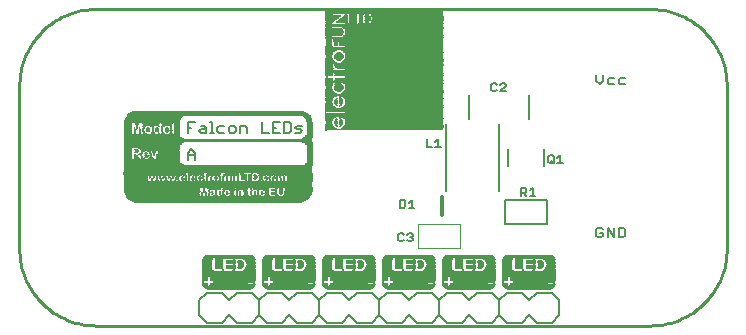
<source format=gto>
G75*
%MOIN*%
%OFA0B0*%
%FSLAX24Y24*%
%IPPOS*%
%LPD*%
%AMOC8*
5,1,8,0,0,1.08239X$1,22.5*
%
%ADD10C,0.0080*%
%ADD11C,0.0100*%
%ADD12C,0.0050*%
%ADD13C,0.0120*%
%ADD14C,0.0060*%
%ADD15C,0.0040*%
%ADD16R,0.0041X0.0014*%
%ADD17R,0.3923X0.0014*%
%ADD18R,0.3923X0.0014*%
%ADD19R,0.0385X0.0014*%
%ADD20R,0.3428X0.0014*%
%ADD21R,0.0344X0.0014*%
%ADD22R,0.3386X0.0014*%
%ADD23R,0.0317X0.0014*%
%ADD24R,0.3373X0.0014*%
%ADD25R,0.0303X0.0014*%
%ADD26R,0.3345X0.0014*%
%ADD27R,0.0289X0.0014*%
%ADD28R,0.3331X0.0014*%
%ADD29R,0.0275X0.0014*%
%ADD30R,0.0014X0.0014*%
%ADD31R,0.3318X0.0014*%
%ADD32R,0.0262X0.0014*%
%ADD33R,0.0041X0.0014*%
%ADD34R,0.3304X0.0014*%
%ADD35R,0.0248X0.0014*%
%ADD36R,0.0055X0.0014*%
%ADD37R,0.0069X0.0014*%
%ADD38R,0.3304X0.0014*%
%ADD39R,0.0248X0.0014*%
%ADD40R,0.0069X0.0014*%
%ADD41R,0.0083X0.0014*%
%ADD42R,0.3290X0.0014*%
%ADD43R,0.0234X0.0014*%
%ADD44R,0.0083X0.0014*%
%ADD45R,0.0096X0.0014*%
%ADD46R,0.3290X0.0014*%
%ADD47R,0.0234X0.0014*%
%ADD48R,0.0096X0.0014*%
%ADD49R,0.0110X0.0014*%
%ADD50R,0.3276X0.0014*%
%ADD51R,0.0096X0.0014*%
%ADD52R,0.0110X0.0014*%
%ADD53R,0.3276X0.0014*%
%ADD54R,0.0220X0.0014*%
%ADD55R,0.0110X0.0014*%
%ADD56R,0.0110X0.0014*%
%ADD57R,0.3276X0.0014*%
%ADD58R,0.0220X0.0014*%
%ADD59R,0.0110X0.0014*%
%ADD60R,0.0124X0.0014*%
%ADD61R,0.0220X0.0014*%
%ADD62R,0.0110X0.0014*%
%ADD63R,0.0124X0.0014*%
%ADD64R,0.3262X0.0014*%
%ADD65R,0.3262X0.0014*%
%ADD66R,0.0124X0.0014*%
%ADD67R,0.3262X0.0014*%
%ADD68R,0.0220X0.0014*%
%ADD69R,0.0110X0.0014*%
%ADD70R,0.0124X0.0014*%
%ADD71R,0.3276X0.0014*%
%ADD72R,0.0262X0.0014*%
%ADD73R,0.0041X0.0014*%
%ADD74R,0.0262X0.0014*%
%ADD75R,0.0014X0.0014*%
%ADD76R,0.0055X0.0014*%
%ADD77R,0.3304X0.0014*%
%ADD78R,0.0055X0.0014*%
%ADD79R,0.0289X0.0014*%
%ADD80R,0.0055X0.0014*%
%ADD81R,0.3331X0.0014*%
%ADD82R,0.0317X0.0014*%
%ADD83R,0.3345X0.0014*%
%ADD84R,0.0344X0.0014*%
%ADD85R,0.3455X0.0014*%
%ADD86R,0.0385X0.0014*%
%ADD87R,0.3469X0.0014*%
%ADD88R,0.3923X0.0014*%
%ADD89R,0.0028X0.0014*%
%ADD90R,0.3290X0.0014*%
%ADD91R,0.0014X0.0014*%
%ADD92R,0.0014X0.0014*%
%ADD93R,0.0014X0.0014*%
%ADD94R,0.0028X0.0014*%
%ADD95R,0.3923X0.0014*%
%ADD96R,0.0096X0.0014*%
%ADD97R,0.0234X0.0014*%
%ADD98R,0.0096X0.0014*%
%ADD99R,0.0234X0.0014*%
%ADD100R,0.0096X0.0014*%
%ADD101R,0.0110X0.0014*%
%ADD102R,0.0096X0.0014*%
%ADD103R,0.0248X0.0014*%
%ADD104R,0.0069X0.0014*%
%ADD105R,0.0041X0.0014*%
%ADD106R,0.0083X0.0014*%
%ADD107R,0.3290X0.0014*%
%ADD108R,0.3304X0.0014*%
%ADD109R,0.0275X0.0014*%
%ADD110R,0.3318X0.0014*%
%ADD111R,0.0289X0.0014*%
%ADD112R,0.3331X0.0014*%
%ADD113R,0.0317X0.0014*%
%ADD114R,0.3345X0.0014*%
%ADD115R,0.3455X0.0014*%
%ADD116R,0.0385X0.0014*%
%ADD117R,0.3469X0.0014*%
%ADD118R,0.3428X0.0014*%
%ADD119R,0.3373X0.0014*%
%ADD120R,0.0275X0.0014*%
%ADD121R,0.3318X0.0014*%
%ADD122R,0.0138X0.0014*%
%ADD123R,0.0179X0.0014*%
%ADD124R,0.0248X0.0014*%
%ADD125R,0.0220X0.0014*%
%ADD126R,0.0248X0.0014*%
%ADD127R,0.0289X0.0014*%
%ADD128R,0.0303X0.0014*%
%ADD129R,0.0303X0.0014*%
%ADD130R,0.0303X0.0014*%
%ADD131R,0.3262X0.0014*%
%ADD132R,0.0206X0.0014*%
%ADD133R,0.0179X0.0014*%
%ADD134R,0.0262X0.0014*%
%ADD135R,0.0165X0.0014*%
%ADD136R,0.0165X0.0014*%
%ADD137R,0.3634X0.0014*%
%ADD138R,0.3620X0.0014*%
%ADD139R,0.3620X0.0014*%
%ADD140R,0.3620X0.0014*%
%ADD141R,0.3620X0.0014*%
%ADD142R,0.3634X0.0014*%
%ADD143R,0.3648X0.0014*%
%ADD144R,0.3510X0.0014*%
%ADD145R,0.3552X0.0014*%
%ADD146R,0.3579X0.0014*%
%ADD147R,0.3593X0.0014*%
%ADD148R,0.3607X0.0014*%
%ADD149R,0.3634X0.0014*%
%ADD150R,0.3662X0.0014*%
%ADD151R,0.0385X0.0014*%
%ADD152R,0.3428X0.0014*%
%ADD153R,0.3386X0.0014*%
%ADD154R,0.0317X0.0014*%
%ADD155R,0.3373X0.0014*%
%ADD156R,0.0303X0.0014*%
%ADD157R,0.0069X0.0014*%
%ADD158R,0.0138X0.0014*%
%ADD159R,0.0193X0.0014*%
%ADD160R,0.0220X0.0014*%
%ADD161R,0.0248X0.0014*%
%ADD162R,0.0289X0.0014*%
%ADD163R,0.0303X0.0014*%
%ADD164R,0.0165X0.0014*%
%ADD165R,0.3359X0.0014*%
%ADD166R,0.0330X0.0014*%
%ADD167R,0.0372X0.0014*%
%ADD168R,0.3414X0.0014*%
%ADD169R,0.3469X0.0014*%
%ADD170R,0.3469X0.0014*%
%ADD171R,0.0138X0.0014*%
%ADD172R,0.3483X0.0014*%
%ADD173R,0.3648X0.0014*%
%ADD174R,0.3648X0.0014*%
%ADD175R,0.3648X0.0014*%
%ADD176R,0.3414X0.0014*%
%ADD177R,0.0509X0.0014*%
%ADD178R,0.0537X0.0014*%
%ADD179R,0.0564X0.0014*%
%ADD180R,0.0578X0.0014*%
%ADD181R,0.0578X0.0014*%
%ADD182R,0.0592X0.0014*%
%ADD183R,0.0592X0.0014*%
%ADD184R,0.0592X0.0014*%
%ADD185R,0.0606X0.0014*%
%ADD186R,0.0606X0.0014*%
%ADD187R,0.0606X0.0014*%
%ADD188R,0.0578X0.0014*%
%ADD189R,0.0537X0.0014*%
%ADD190R,0.0427X0.0014*%
%ADD191R,0.2836X0.0014*%
%ADD192R,0.2464X0.0014*%
%ADD193R,0.0151X0.0014*%
%ADD194R,0.2450X0.0014*%
%ADD195R,0.0151X0.0014*%
%ADD196R,0.2423X0.0014*%
%ADD197R,0.0399X0.0014*%
%ADD198R,0.0151X0.0014*%
%ADD199R,0.0124X0.0014*%
%ADD200R,0.2409X0.0014*%
%ADD201R,0.2395X0.0014*%
%ADD202R,0.0372X0.0014*%
%ADD203R,0.0275X0.0014*%
%ADD204R,0.0165X0.0014*%
%ADD205R,0.2381X0.0014*%
%ADD206R,0.0179X0.0014*%
%ADD207R,0.2381X0.0014*%
%ADD208R,0.0330X0.0014*%
%ADD209R,0.0193X0.0014*%
%ADD210R,0.2368X0.0014*%
%ADD211R,0.0358X0.0014*%
%ADD212R,0.0151X0.0014*%
%ADD213R,0.0193X0.0014*%
%ADD214R,0.2368X0.0014*%
%ADD215R,0.0372X0.0014*%
%ADD216R,0.0289X0.0014*%
%ADD217R,0.0206X0.0014*%
%ADD218R,0.2368X0.0014*%
%ADD219R,0.0413X0.0014*%
%ADD220R,0.0206X0.0014*%
%ADD221R,0.2368X0.0014*%
%ADD222R,0.0427X0.0014*%
%ADD223R,0.0441X0.0014*%
%ADD224R,0.0206X0.0014*%
%ADD225R,0.0468X0.0014*%
%ADD226R,0.0482X0.0014*%
%ADD227R,0.0496X0.0014*%
%ADD228R,0.0193X0.0014*%
%ADD229R,0.0523X0.0014*%
%ADD230R,0.2381X0.0014*%
%ADD231R,0.0537X0.0014*%
%ADD232R,0.0138X0.0014*%
%ADD233R,0.0179X0.0014*%
%ADD234R,0.2381X0.0014*%
%ADD235R,0.0551X0.0014*%
%ADD236R,0.0165X0.0014*%
%ADD237R,0.2395X0.0014*%
%ADD238R,0.0165X0.0014*%
%ADD239R,0.0124X0.0014*%
%ADD240R,0.2409X0.0014*%
%ADD241R,0.0757X0.0014*%
%ADD242R,0.2450X0.0014*%
%ADD243R,0.0757X0.0014*%
%ADD244R,0.2478X0.0014*%
%ADD245R,0.0771X0.0014*%
%ADD246R,0.3152X0.0014*%
%ADD247R,0.3937X0.0014*%
%ADD248R,0.3937X0.0014*%
%ADD249R,0.3937X0.0014*%
%ADD250R,0.5569X0.0018*%
%ADD251R,0.5715X0.0018*%
%ADD252R,0.5788X0.0018*%
%ADD253R,0.5861X0.0018*%
%ADD254R,0.5934X0.0018*%
%ADD255R,0.5971X0.0018*%
%ADD256R,0.6007X0.0018*%
%ADD257R,0.6044X0.0018*%
%ADD258R,0.6080X0.0018*%
%ADD259R,0.6117X0.0018*%
%ADD260R,0.6153X0.0018*%
%ADD261R,0.2465X0.0018*%
%ADD262R,0.0073X0.0018*%
%ADD263R,0.0091X0.0018*%
%ADD264R,0.0055X0.0018*%
%ADD265R,0.0091X0.0018*%
%ADD266R,0.0037X0.0018*%
%ADD267R,0.0110X0.0018*%
%ADD268R,0.0201X0.0018*%
%ADD269R,0.0110X0.0018*%
%ADD270R,0.0931X0.0018*%
%ADD271R,0.2483X0.0018*%
%ADD272R,0.0055X0.0018*%
%ADD273R,0.0055X0.0018*%
%ADD274R,0.0073X0.0018*%
%ADD275R,0.0164X0.0018*%
%ADD276R,0.0091X0.0018*%
%ADD277R,0.0164X0.0018*%
%ADD278R,0.0018X0.0018*%
%ADD279R,0.0183X0.0018*%
%ADD280R,0.0931X0.0018*%
%ADD281R,0.2465X0.0018*%
%ADD282R,0.0055X0.0018*%
%ADD283R,0.0055X0.0018*%
%ADD284R,0.0037X0.0018*%
%ADD285R,0.0018X0.0018*%
%ADD286R,0.0073X0.0018*%
%ADD287R,0.0146X0.0018*%
%ADD288R,0.0091X0.0018*%
%ADD289R,0.0164X0.0018*%
%ADD290R,0.0146X0.0018*%
%ADD291R,0.0913X0.0018*%
%ADD292R,0.2483X0.0018*%
%ADD293R,0.0055X0.0018*%
%ADD294R,0.0055X0.0018*%
%ADD295R,0.0037X0.0018*%
%ADD296R,0.0073X0.0018*%
%ADD297R,0.0091X0.0018*%
%ADD298R,0.0146X0.0018*%
%ADD299R,0.0146X0.0018*%
%ADD300R,0.0201X0.0018*%
%ADD301R,0.0913X0.0018*%
%ADD302R,0.2483X0.0018*%
%ADD303R,0.0036X0.0018*%
%ADD304R,0.0274X0.0018*%
%ADD305R,0.0292X0.0018*%
%ADD306R,0.0201X0.0018*%
%ADD307R,0.0128X0.0018*%
%ADD308R,0.2483X0.0018*%
%ADD309R,0.0037X0.0018*%
%ADD310R,0.0036X0.0018*%
%ADD311R,0.0146X0.0018*%
%ADD312R,0.0146X0.0018*%
%ADD313R,0.0201X0.0018*%
%ADD314R,0.0128X0.0018*%
%ADD315R,0.0913X0.0018*%
%ADD316R,0.2501X0.0018*%
%ADD317R,0.0036X0.0018*%
%ADD318R,0.0055X0.0018*%
%ADD319R,0.0146X0.0018*%
%ADD320R,0.0146X0.0018*%
%ADD321R,0.0128X0.0018*%
%ADD322R,0.2501X0.0018*%
%ADD323R,0.2501X0.0018*%
%ADD324R,0.0931X0.0018*%
%ADD325R,0.2520X0.0018*%
%ADD326R,0.0018X0.0018*%
%ADD327R,0.0018X0.0018*%
%ADD328R,0.0164X0.0018*%
%ADD329R,0.0128X0.0018*%
%ADD330R,0.0949X0.0018*%
%ADD331R,0.2520X0.0018*%
%ADD332R,0.0183X0.0018*%
%ADD333R,0.0183X0.0018*%
%ADD334R,0.0949X0.0018*%
%ADD335R,0.0110X0.0018*%
%ADD336R,0.0219X0.0018*%
%ADD337R,0.0201X0.0018*%
%ADD338R,0.2520X0.0018*%
%ADD339R,0.0420X0.0018*%
%ADD340R,0.0840X0.0018*%
%ADD341R,0.0511X0.0018*%
%ADD342R,0.0949X0.0018*%
%ADD343R,0.2520X0.0018*%
%ADD344R,0.0420X0.0018*%
%ADD345R,0.0402X0.0018*%
%ADD346R,0.0511X0.0018*%
%ADD347R,0.0949X0.0018*%
%ADD348R,0.2538X0.0018*%
%ADD349R,0.0438X0.0018*%
%ADD350R,0.0402X0.0018*%
%ADD351R,0.0530X0.0018*%
%ADD352R,0.2538X0.0018*%
%ADD353R,0.0456X0.0018*%
%ADD354R,0.0402X0.0018*%
%ADD355R,0.0420X0.0018*%
%ADD356R,0.0548X0.0018*%
%ADD357R,0.6299X0.0018*%
%ADD358R,0.6299X0.0018*%
%ADD359R,0.6299X0.0018*%
%ADD360R,0.6299X0.0018*%
%ADD361R,0.0840X0.0018*%
%ADD362R,0.0128X0.0018*%
%ADD363R,0.0091X0.0018*%
%ADD364R,0.0110X0.0018*%
%ADD365R,0.0018X0.0018*%
%ADD366R,0.0110X0.0018*%
%ADD367R,0.0876X0.0018*%
%ADD368R,0.0822X0.0018*%
%ADD369R,0.0128X0.0018*%
%ADD370R,0.0018X0.0018*%
%ADD371R,0.0876X0.0018*%
%ADD372R,0.0822X0.0018*%
%ADD373R,0.0822X0.0018*%
%ADD374R,0.0110X0.0018*%
%ADD375R,0.0091X0.0018*%
%ADD376R,0.0164X0.0018*%
%ADD377R,0.0876X0.0018*%
%ADD378R,0.0803X0.0018*%
%ADD379R,0.0036X0.0018*%
%ADD380R,0.0183X0.0018*%
%ADD381R,0.0110X0.0018*%
%ADD382R,0.0110X0.0018*%
%ADD383R,0.0128X0.0018*%
%ADD384R,0.0876X0.0018*%
%ADD385R,0.0803X0.0018*%
%ADD386R,0.0018X0.0018*%
%ADD387R,0.0128X0.0018*%
%ADD388R,0.0803X0.0018*%
%ADD389R,0.0785X0.0018*%
%ADD390R,0.0785X0.0018*%
%ADD391R,0.0785X0.0018*%
%ADD392R,0.0895X0.0018*%
%ADD393R,0.1935X0.0018*%
%ADD394R,0.0219X0.0018*%
%ADD395R,0.0310X0.0018*%
%ADD396R,0.0548X0.0018*%
%ADD397R,0.0237X0.0018*%
%ADD398R,0.0365X0.0018*%
%ADD399R,0.0931X0.0018*%
%ADD400R,0.2100X0.0018*%
%ADD401R,0.0475X0.0018*%
%ADD402R,0.0566X0.0018*%
%ADD403R,0.1808X0.0018*%
%ADD404R,0.2100X0.0018*%
%ADD405R,0.0548X0.0018*%
%ADD406R,0.0493X0.0018*%
%ADD407R,0.1826X0.0018*%
%ADD408R,0.2100X0.0018*%
%ADD409R,0.0548X0.0018*%
%ADD410R,0.0493X0.0018*%
%ADD411R,0.0493X0.0018*%
%ADD412R,0.1844X0.0018*%
%ADD413R,0.1114X0.0018*%
%ADD414R,0.0511X0.0018*%
%ADD415R,0.1899X0.0018*%
%ADD416R,0.2027X0.0018*%
%ADD417R,0.0347X0.0018*%
%ADD418R,0.1972X0.0018*%
%ADD419R,0.0292X0.0018*%
%ADD420R,0.1954X0.0018*%
%ADD421R,0.0274X0.0018*%
%ADD422R,0.1917X0.0018*%
%ADD423R,0.0256X0.0018*%
%ADD424R,0.1917X0.0018*%
%ADD425R,0.0237X0.0018*%
%ADD426R,0.0219X0.0018*%
%ADD427R,0.1881X0.0018*%
%ADD428R,0.1881X0.0018*%
%ADD429R,0.1862X0.0018*%
%ADD430R,0.1862X0.0018*%
%ADD431R,0.0274X0.0018*%
%ADD432R,0.0183X0.0018*%
%ADD433R,0.0822X0.0018*%
%ADD434R,0.0274X0.0018*%
%ADD435R,0.0803X0.0018*%
%ADD436R,0.0183X0.0018*%
%ADD437R,0.0803X0.0018*%
%ADD438R,0.0803X0.0018*%
%ADD439R,0.0274X0.0018*%
%ADD440R,0.0785X0.0018*%
%ADD441R,0.0183X0.0018*%
%ADD442R,0.0256X0.0018*%
%ADD443R,0.0767X0.0018*%
%ADD444R,0.0767X0.0018*%
%ADD445R,0.0749X0.0018*%
%ADD446R,0.0749X0.0018*%
%ADD447R,0.0730X0.0018*%
%ADD448R,0.0730X0.0018*%
%ADD449R,0.0164X0.0018*%
%ADD450R,0.0749X0.0018*%
%ADD451R,0.1296X0.0018*%
%ADD452R,0.1296X0.0018*%
%ADD453R,0.1315X0.0018*%
%ADD454R,0.1333X0.0018*%
%ADD455R,0.1369X0.0018*%
%ADD456R,0.1862X0.0018*%
%ADD457R,0.1862X0.0018*%
%ADD458R,0.1899X0.0018*%
%ADD459R,0.1917X0.0018*%
%ADD460R,0.1917X0.0018*%
%ADD461R,0.0256X0.0018*%
%ADD462R,0.1954X0.0018*%
%ADD463R,0.0274X0.0018*%
%ADD464R,0.1972X0.0018*%
%ADD465R,0.0292X0.0018*%
%ADD466R,0.2027X0.0018*%
%ADD467R,0.0365X0.0018*%
%ADD468R,0.2008X0.0018*%
%ADD469R,0.0365X0.0018*%
%ADD470R,0.0310X0.0018*%
%ADD471R,0.0274X0.0018*%
%ADD472R,0.1881X0.0018*%
%ADD473R,0.1881X0.0018*%
%ADD474R,0.0183X0.0018*%
%ADD475R,0.0219X0.0018*%
%ADD476R,0.0073X0.0018*%
%ADD477R,0.0018X0.0018*%
%ADD478R,0.0237X0.0018*%
%ADD479R,0.0566X0.0018*%
%ADD480R,0.0365X0.0018*%
%ADD481R,0.0566X0.0018*%
%ADD482R,0.0365X0.0018*%
%ADD483R,0.0566X0.0018*%
%ADD484R,0.0365X0.0018*%
%ADD485R,0.0566X0.0018*%
%ADD486R,0.0365X0.0018*%
%ADD487R,0.0292X0.0018*%
%ADD488R,0.0584X0.0018*%
%ADD489R,0.0383X0.0018*%
%ADD490R,0.1844X0.0018*%
%ADD491R,0.1844X0.0018*%
%ADD492R,0.1826X0.0018*%
%ADD493R,0.1844X0.0018*%
%ADD494R,0.0201X0.0018*%
%ADD495R,0.1844X0.0018*%
%ADD496R,0.1862X0.0018*%
%ADD497R,0.1862X0.0018*%
%ADD498R,0.5971X0.0018*%
%ADD499R,0.5934X0.0018*%
%ADD500R,0.5788X0.0018*%
%ADD501R,0.5715X0.0018*%
%ADD502R,0.1473X0.0010*%
%ADD503R,0.1533X0.0010*%
%ADD504R,0.1573X0.0010*%
%ADD505R,0.1612X0.0010*%
%ADD506R,0.1632X0.0010*%
%ADD507R,0.1652X0.0010*%
%ADD508R,0.1672X0.0010*%
%ADD509R,0.1692X0.0010*%
%ADD510R,0.1712X0.0010*%
%ADD511R,0.0159X0.0010*%
%ADD512R,0.1493X0.0010*%
%ADD513R,0.0159X0.0010*%
%ADD514R,0.1493X0.0010*%
%ADD515R,0.0169X0.0010*%
%ADD516R,0.1503X0.0010*%
%ADD517R,0.0169X0.0010*%
%ADD518R,0.1503X0.0010*%
%ADD519R,0.0179X0.0010*%
%ADD520R,0.1513X0.0010*%
%ADD521R,0.0179X0.0010*%
%ADD522R,0.1274X0.0010*%
%ADD523R,0.0090X0.0010*%
%ADD524R,0.1264X0.0010*%
%ADD525R,0.0070X0.0010*%
%ADD526R,0.0179X0.0010*%
%ADD527R,0.1264X0.0010*%
%ADD528R,0.0070X0.0010*%
%ADD529R,0.1254X0.0010*%
%ADD530R,0.1264X0.0010*%
%ADD531R,0.0070X0.0010*%
%ADD532R,0.0060X0.0010*%
%ADD533R,0.1155X0.0010*%
%ADD534R,0.0080X0.0010*%
%ADD535R,0.0060X0.0010*%
%ADD536R,0.1184X0.0010*%
%ADD537R,0.0119X0.0010*%
%ADD538R,0.1393X0.0010*%
%ADD539R,0.1393X0.0010*%
%ADD540R,0.0060X0.0010*%
%ADD541R,0.1393X0.0010*%
%ADD542R,0.1513X0.0010*%
%ADD543R,0.0179X0.0010*%
%ADD544R,0.1513X0.0010*%
%ADD545R,0.1772X0.0010*%
%ADD546R,0.1772X0.0010*%
%ADD547R,0.1772X0.0010*%
%ADD548R,0.0378X0.0010*%
%ADD549R,0.0090X0.0010*%
%ADD550R,0.0100X0.0010*%
%ADD551R,0.0428X0.0010*%
%ADD552R,0.0358X0.0010*%
%ADD553R,0.0060X0.0010*%
%ADD554R,0.0080X0.0010*%
%ADD555R,0.0398X0.0010*%
%ADD556R,0.0358X0.0010*%
%ADD557R,0.0060X0.0010*%
%ADD558R,0.0080X0.0010*%
%ADD559R,0.0378X0.0010*%
%ADD560R,0.0070X0.0010*%
%ADD561R,0.0368X0.0010*%
%ADD562R,0.0070X0.0010*%
%ADD563R,0.0358X0.0010*%
%ADD564R,0.0348X0.0010*%
%ADD565R,0.0080X0.0010*%
%ADD566R,0.0090X0.0010*%
%ADD567R,0.0338X0.0010*%
%ADD568R,0.0279X0.0010*%
%ADD569R,0.0309X0.0010*%
%ADD570R,0.0129X0.0010*%
%ADD571R,0.0338X0.0010*%
%ADD572R,0.0279X0.0010*%
%ADD573R,0.0309X0.0010*%
%ADD574R,0.0139X0.0010*%
%ADD575R,0.0328X0.0010*%
%ADD576R,0.0149X0.0010*%
%ADD577R,0.0328X0.0010*%
%ADD578R,0.0319X0.0010*%
%ADD579R,0.0358X0.0010*%
%ADD580R,0.0279X0.0010*%
%ADD581R,0.0309X0.0010*%
%ADD582R,0.0169X0.0010*%
%ADD583R,0.0319X0.0010*%
%ADD584R,0.0169X0.0010*%
%ADD585R,0.0189X0.0010*%
%ADD586R,0.0299X0.0010*%
%ADD587R,0.0100X0.0010*%
%ADD588R,0.0189X0.0010*%
%ADD589R,0.0299X0.0010*%
%ADD590R,0.0090X0.0010*%
%ADD591R,0.0358X0.0010*%
%ADD592R,0.0279X0.0010*%
%ADD593R,0.0189X0.0010*%
%ADD594R,0.0299X0.0010*%
%ADD595R,0.0169X0.0010*%
%ADD596R,0.0149X0.0010*%
%ADD597R,0.0139X0.0010*%
%ADD598R,0.0309X0.0010*%
%ADD599R,0.0119X0.0010*%
%ADD600R,0.0338X0.0010*%
%ADD601R,0.0299X0.0010*%
%ADD602R,0.0358X0.0010*%
%ADD603R,0.0368X0.0010*%
%ADD604R,0.0348X0.0010*%
%ADD605R,0.0388X0.0010*%
%ADD606R,0.0109X0.0010*%
%ADD607R,0.0418X0.0010*%
%ADD608R,0.1334X0.0010*%
%ADD609R,0.1732X0.0010*%
%ADD610R,0.1692X0.0010*%
%ADD611R,0.1672X0.0010*%
%ADD612R,0.1573X0.0010*%
%ADD613R,0.1533X0.0010*%
D10*
X008260Y000500D02*
X008510Y000250D01*
X009010Y000250D01*
X009260Y000500D01*
X009510Y000250D01*
X010010Y000250D01*
X010260Y000500D01*
X010510Y000250D01*
X011010Y000250D01*
X011260Y000500D01*
X011510Y000250D01*
X012010Y000250D01*
X012260Y000500D01*
X012510Y000250D01*
X013010Y000250D01*
X013260Y000500D01*
X013510Y000250D01*
X014010Y000250D01*
X014260Y000500D01*
X014510Y000250D01*
X015010Y000250D01*
X015260Y000500D01*
X015510Y000250D01*
X016010Y000250D01*
X016260Y000500D01*
X016510Y000250D01*
X017010Y000250D01*
X017260Y000500D01*
X017510Y000250D01*
X018010Y000250D01*
X018260Y000500D01*
X018510Y000250D01*
X019010Y000250D01*
X019260Y000500D01*
X019510Y000250D01*
X020010Y000250D01*
X020260Y000500D01*
X020260Y001000D01*
X020010Y001250D01*
X019510Y001250D01*
X019260Y001000D01*
X019010Y001250D01*
X018510Y001250D01*
X018260Y001000D01*
X018260Y000500D01*
X018260Y001000D01*
X018010Y001250D01*
X017510Y001250D01*
X017260Y001000D01*
X017010Y001250D01*
X016510Y001250D01*
X016260Y001000D01*
X016260Y000500D01*
X016260Y001000D01*
X016010Y001250D01*
X015510Y001250D01*
X015260Y001000D01*
X015010Y001250D01*
X014510Y001250D01*
X014260Y001000D01*
X014260Y000500D01*
X014260Y001000D01*
X014010Y001250D01*
X013510Y001250D01*
X013260Y001000D01*
X013010Y001250D01*
X012510Y001250D01*
X012260Y001000D01*
X012260Y000500D01*
X012260Y001000D01*
X012010Y001250D01*
X011510Y001250D01*
X011260Y001000D01*
X011010Y001250D01*
X010510Y001250D01*
X010260Y001000D01*
X010260Y000500D01*
X010260Y001000D01*
X010010Y001250D01*
X009510Y001250D01*
X009260Y001000D01*
X009010Y001250D01*
X008510Y001250D01*
X008260Y001000D01*
X008260Y000500D01*
X021500Y003143D02*
X021553Y003090D01*
X021660Y003090D01*
X021713Y003143D01*
X021713Y003250D01*
X021606Y003250D01*
X021500Y003357D02*
X021500Y003143D01*
X021500Y003357D02*
X021553Y003410D01*
X021660Y003410D01*
X021713Y003357D01*
X021868Y003410D02*
X021868Y003090D01*
X022081Y003090D02*
X022081Y003410D01*
X022236Y003410D02*
X022396Y003410D01*
X022450Y003357D01*
X022450Y003143D01*
X022396Y003090D01*
X022236Y003090D01*
X022236Y003410D01*
X022081Y003090D02*
X021868Y003410D01*
X021921Y008190D02*
X022081Y008190D01*
X021921Y008190D02*
X021868Y008243D01*
X021868Y008350D01*
X021921Y008404D01*
X022081Y008404D01*
X022236Y008350D02*
X022236Y008243D01*
X022290Y008190D01*
X022450Y008190D01*
X022450Y008404D02*
X022290Y008404D01*
X022236Y008350D01*
X021713Y008297D02*
X021713Y008510D01*
X021500Y008510D02*
X021500Y008297D01*
X021606Y008190D01*
X021713Y008297D01*
D11*
X002260Y008142D02*
X002260Y002709D01*
X002262Y002609D01*
X002268Y002508D01*
X002278Y002408D01*
X002292Y002309D01*
X002309Y002210D01*
X002331Y002112D01*
X002356Y002014D01*
X002385Y001918D01*
X002418Y001823D01*
X002455Y001730D01*
X002495Y001638D01*
X002539Y001547D01*
X002586Y001459D01*
X002637Y001372D01*
X002691Y001287D01*
X002749Y001205D01*
X002809Y001125D01*
X002873Y001047D01*
X002940Y000972D01*
X003010Y000900D01*
X003082Y000830D01*
X003157Y000763D01*
X003235Y000699D01*
X003315Y000639D01*
X003397Y000581D01*
X003482Y000527D01*
X003569Y000476D01*
X003657Y000429D01*
X003748Y000385D01*
X003840Y000345D01*
X003933Y000308D01*
X004028Y000275D01*
X004124Y000246D01*
X004222Y000221D01*
X004320Y000199D01*
X004419Y000182D01*
X004518Y000168D01*
X004618Y000158D01*
X004719Y000152D01*
X004819Y000150D01*
X023283Y000150D01*
X023383Y000152D01*
X023484Y000158D01*
X023584Y000168D01*
X023683Y000182D01*
X023782Y000199D01*
X023880Y000221D01*
X023978Y000246D01*
X024074Y000275D01*
X024169Y000308D01*
X024262Y000345D01*
X024354Y000385D01*
X024445Y000429D01*
X024533Y000476D01*
X024620Y000527D01*
X024705Y000581D01*
X024787Y000639D01*
X024867Y000699D01*
X024945Y000763D01*
X025020Y000830D01*
X025092Y000900D01*
X025162Y000972D01*
X025229Y001047D01*
X025293Y001125D01*
X025353Y001205D01*
X025411Y001287D01*
X025465Y001372D01*
X025516Y001459D01*
X025563Y001547D01*
X025607Y001638D01*
X025647Y001730D01*
X025684Y001823D01*
X025717Y001918D01*
X025746Y002014D01*
X025771Y002112D01*
X025793Y002210D01*
X025810Y002309D01*
X025824Y002408D01*
X025834Y002508D01*
X025840Y002609D01*
X025842Y002709D01*
X025842Y008142D01*
X025840Y008242D01*
X025834Y008343D01*
X025824Y008443D01*
X025810Y008542D01*
X025793Y008641D01*
X025771Y008739D01*
X025746Y008837D01*
X025717Y008933D01*
X025684Y009028D01*
X025647Y009121D01*
X025607Y009213D01*
X025563Y009304D01*
X025516Y009392D01*
X025465Y009479D01*
X025411Y009564D01*
X025353Y009646D01*
X025293Y009726D01*
X025229Y009804D01*
X025162Y009879D01*
X025092Y009951D01*
X025020Y010021D01*
X024945Y010088D01*
X024867Y010152D01*
X024787Y010212D01*
X024705Y010270D01*
X024620Y010324D01*
X024533Y010375D01*
X024445Y010422D01*
X024354Y010466D01*
X024262Y010506D01*
X024169Y010543D01*
X024074Y010576D01*
X023978Y010605D01*
X023880Y010630D01*
X023782Y010652D01*
X023683Y010669D01*
X023584Y010683D01*
X023484Y010693D01*
X023383Y010699D01*
X023283Y010701D01*
X004819Y010701D01*
X004719Y010699D01*
X004618Y010693D01*
X004518Y010683D01*
X004419Y010669D01*
X004320Y010652D01*
X004222Y010630D01*
X004124Y010605D01*
X004028Y010576D01*
X003933Y010543D01*
X003840Y010506D01*
X003748Y010466D01*
X003657Y010422D01*
X003569Y010375D01*
X003482Y010324D01*
X003397Y010270D01*
X003315Y010212D01*
X003235Y010152D01*
X003157Y010088D01*
X003082Y010021D01*
X003010Y009951D01*
X002940Y009879D01*
X002873Y009804D01*
X002809Y009726D01*
X002749Y009646D01*
X002691Y009564D01*
X002637Y009479D01*
X002586Y009392D01*
X002539Y009304D01*
X002495Y009213D01*
X002455Y009121D01*
X002418Y009028D01*
X002385Y008933D01*
X002356Y008837D01*
X002331Y008739D01*
X002309Y008641D01*
X002292Y008542D01*
X002278Y008443D01*
X002268Y008343D01*
X002262Y008242D01*
X002260Y008142D01*
D12*
X007885Y006925D02*
X007885Y006575D01*
X007885Y006750D02*
X008001Y006750D01*
X007885Y006925D02*
X008118Y006925D01*
X008311Y006809D02*
X008428Y006809D01*
X008486Y006750D01*
X008486Y006575D01*
X008311Y006575D01*
X008253Y006633D01*
X008311Y006692D01*
X008486Y006692D01*
X008621Y006575D02*
X008738Y006575D01*
X008680Y006575D02*
X008680Y006925D01*
X008621Y006925D01*
X008867Y006750D02*
X008867Y006633D01*
X008925Y006575D01*
X009100Y006575D01*
X009235Y006633D02*
X009293Y006575D01*
X009410Y006575D01*
X009469Y006633D01*
X009469Y006750D01*
X009410Y006809D01*
X009293Y006809D01*
X009235Y006750D01*
X009235Y006633D01*
X009100Y006809D02*
X008925Y006809D01*
X008867Y006750D01*
X009603Y006809D02*
X009603Y006575D01*
X009837Y006575D02*
X009837Y006750D01*
X009778Y006809D01*
X009603Y006809D01*
X010340Y006925D02*
X010340Y006575D01*
X010573Y006575D01*
X010708Y006575D02*
X010942Y006575D01*
X011077Y006575D02*
X011252Y006575D01*
X011310Y006633D01*
X011310Y006867D01*
X011252Y006925D01*
X011077Y006925D01*
X011077Y006575D01*
X010825Y006750D02*
X010708Y006750D01*
X010708Y006925D02*
X010708Y006575D01*
X010708Y006925D02*
X010942Y006925D01*
X011445Y006750D02*
X011503Y006809D01*
X011678Y006809D01*
X011620Y006692D02*
X011503Y006692D01*
X011445Y006750D01*
X011445Y006575D02*
X011620Y006575D01*
X011678Y006633D01*
X011620Y006692D01*
X008118Y005909D02*
X008118Y005675D01*
X008118Y005850D02*
X007885Y005850D01*
X007885Y005909D02*
X007885Y005675D01*
X007885Y005909D02*
X008001Y006025D01*
X008118Y005909D01*
X015835Y006100D02*
X016015Y006100D01*
X016129Y006100D02*
X016309Y006100D01*
X016219Y006100D02*
X016219Y006370D01*
X016129Y006280D01*
X015835Y006370D02*
X015835Y006100D01*
X016485Y006855D02*
X016485Y004625D01*
X018235Y004625D02*
X018235Y006855D01*
X017260Y007050D02*
X017260Y007850D01*
X019260Y007850D02*
X019260Y007050D01*
X019860Y004350D02*
X018460Y004350D01*
X018460Y003550D01*
X019860Y003550D01*
X019860Y004350D01*
D13*
X016360Y004450D02*
X016360Y003850D01*
D14*
X015425Y004074D02*
X015251Y004074D01*
X015338Y004074D02*
X015338Y004334D01*
X015251Y004247D01*
X015130Y004291D02*
X015087Y004334D01*
X014956Y004334D01*
X014956Y004074D01*
X015087Y004074D01*
X015130Y004117D01*
X015130Y004291D01*
X015030Y003220D02*
X014944Y003220D01*
X014900Y003177D01*
X014900Y003003D01*
X014944Y002960D01*
X015030Y002960D01*
X015074Y003003D01*
X015195Y003003D02*
X015238Y002960D01*
X015325Y002960D01*
X015368Y003003D01*
X015368Y003047D01*
X015325Y003090D01*
X015282Y003090D01*
X015325Y003090D02*
X015368Y003133D01*
X015368Y003177D01*
X015325Y003220D01*
X015238Y003220D01*
X015195Y003177D01*
X015074Y003177D02*
X015030Y003220D01*
X018552Y005470D02*
X018552Y006031D01*
X019767Y006031D02*
X019767Y005470D01*
X019900Y005603D02*
X019944Y005560D01*
X020030Y005560D01*
X020074Y005603D01*
X020074Y005777D01*
X020030Y005820D01*
X019944Y005820D01*
X019900Y005777D01*
X019900Y005603D01*
X019987Y005647D02*
X020074Y005560D01*
X020195Y005560D02*
X020368Y005560D01*
X020282Y005560D02*
X020282Y005820D01*
X020195Y005733D01*
X019371Y004740D02*
X019371Y004480D01*
X019284Y004480D02*
X019458Y004480D01*
X019284Y004653D02*
X019371Y004740D01*
X019163Y004697D02*
X019163Y004610D01*
X019120Y004567D01*
X018990Y004567D01*
X019076Y004567D02*
X019163Y004480D01*
X018990Y004480D02*
X018990Y004740D01*
X019120Y004740D01*
X019163Y004697D01*
X018468Y007960D02*
X018295Y007960D01*
X018468Y008133D01*
X018468Y008177D01*
X018425Y008220D01*
X018338Y008220D01*
X018295Y008177D01*
X018174Y008177D02*
X018130Y008220D01*
X018044Y008220D01*
X018000Y008177D01*
X018000Y008003D01*
X018044Y007960D01*
X018130Y007960D01*
X018174Y008003D01*
D15*
X016960Y003550D02*
X015560Y003550D01*
X015560Y002750D01*
X016960Y002750D01*
X016960Y003550D01*
D16*
X012487Y006650D03*
D17*
X014428Y006664D03*
X014428Y007132D03*
X014428Y007187D03*
X014428Y007269D03*
X014428Y007325D03*
X014428Y007352D03*
X014428Y007806D03*
X014428Y008274D03*
X014428Y008605D03*
X014428Y008880D03*
X014428Y009321D03*
X014428Y009376D03*
X014428Y009692D03*
X014428Y010105D03*
X014428Y010160D03*
D18*
X014428Y010147D03*
X014428Y010119D03*
X014428Y010091D03*
X014428Y009706D03*
X014428Y009389D03*
X014428Y009362D03*
X014428Y009334D03*
X014428Y008866D03*
X014428Y008591D03*
X014428Y008261D03*
X014428Y007848D03*
X014428Y007820D03*
X014428Y007366D03*
X014428Y007311D03*
X014428Y007283D03*
X014428Y007173D03*
X014428Y007146D03*
X014428Y007118D03*
X014428Y006678D03*
D19*
X012659Y006691D03*
X012659Y007380D03*
D20*
X014676Y007380D03*
X014676Y006691D03*
D21*
X012638Y006705D03*
X012638Y007393D03*
X012638Y007765D03*
X012638Y007875D03*
X013038Y010284D03*
D22*
X014696Y007875D03*
X014696Y007393D03*
X014696Y006705D03*
D23*
X012625Y006719D03*
X012625Y007407D03*
D24*
X014703Y007407D03*
X014703Y006719D03*
X014703Y009747D03*
D25*
X012618Y010284D03*
X012618Y007903D03*
X012618Y007421D03*
X012618Y006733D03*
D26*
X014717Y006733D03*
X014717Y007421D03*
X014717Y007903D03*
X014717Y008233D03*
X014717Y010064D03*
D27*
X012611Y010270D03*
X012611Y009265D03*
X012611Y007435D03*
X012611Y006746D03*
D28*
X014724Y006746D03*
X014724Y007435D03*
D29*
X012907Y008013D03*
X012907Y008123D03*
X012604Y007448D03*
X012604Y007035D03*
X012604Y006760D03*
X012604Y008701D03*
X012604Y009252D03*
X012604Y010257D03*
X013072Y010339D03*
X013389Y010339D03*
X013389Y010367D03*
X013389Y010394D03*
X013389Y010422D03*
X013389Y010477D03*
X013389Y010284D03*
X013389Y010257D03*
D30*
X012776Y008453D03*
X012694Y008453D03*
X012859Y007710D03*
X012941Y007448D03*
X012941Y006760D03*
D31*
X014731Y006760D03*
X014731Y007035D03*
X014731Y007448D03*
X014731Y009789D03*
D32*
X012597Y009238D03*
X012597Y008192D03*
X012597Y007944D03*
X012900Y007999D03*
X012597Y007462D03*
X012597Y006774D03*
D33*
X012845Y006774D03*
X012955Y006774D03*
X012955Y007462D03*
X012845Y007462D03*
X013712Y010518D03*
D34*
X014738Y010023D03*
X014738Y008192D03*
X014738Y007944D03*
X014738Y007462D03*
X014738Y006774D03*
D35*
X012590Y006788D03*
X012590Y007476D03*
D36*
X012838Y007476D03*
X012962Y007063D03*
X012838Y006788D03*
X012907Y007930D03*
D37*
X012969Y007476D03*
X012969Y006788D03*
D38*
X014738Y006788D03*
X014738Y007476D03*
D39*
X012590Y007490D03*
X012590Y006994D03*
X012590Y006801D03*
X012590Y008742D03*
X012590Y010243D03*
D40*
X012831Y007490D03*
X012831Y006994D03*
X012831Y006801D03*
D41*
X012976Y006801D03*
X012976Y006994D03*
X012976Y007490D03*
X012824Y007669D03*
X012508Y008412D03*
D42*
X014745Y008632D03*
X014745Y008687D03*
X014745Y009018D03*
X014745Y009458D03*
X014745Y009830D03*
X014745Y007490D03*
X014745Y006994D03*
X014745Y006801D03*
D43*
X012583Y006815D03*
X012583Y006843D03*
X012583Y006953D03*
X012583Y006980D03*
X012583Y007503D03*
X012583Y007531D03*
X012583Y007985D03*
X012583Y008013D03*
X012583Y008150D03*
X012583Y008288D03*
X012583Y008316D03*
X012583Y008371D03*
X012583Y008508D03*
X012583Y008536D03*
X012583Y008646D03*
X012583Y008674D03*
X012583Y008784D03*
X012583Y008839D03*
X012583Y009417D03*
X012583Y010229D03*
X012570Y010477D03*
X012570Y010504D03*
X013093Y010367D03*
D44*
X013485Y010229D03*
X013485Y010202D03*
X012508Y008426D03*
X012508Y008398D03*
X012976Y007682D03*
X012824Y007503D03*
X012976Y007008D03*
X012824Y006980D03*
X012824Y006815D03*
D45*
X012983Y006815D03*
X012983Y006980D03*
X012983Y007503D03*
D46*
X014745Y007503D03*
X014745Y007682D03*
X014745Y007985D03*
X014745Y008178D03*
X014745Y009004D03*
X014745Y009197D03*
X014745Y009816D03*
X014745Y010009D03*
X014745Y007256D03*
X014745Y007008D03*
X014745Y006815D03*
D47*
X012900Y008164D03*
X012583Y008164D03*
X012583Y008302D03*
X012583Y008522D03*
X012583Y008797D03*
X012583Y007517D03*
X012583Y006967D03*
X012583Y006829D03*
X012570Y010491D03*
D48*
X013162Y010491D03*
X013162Y010215D03*
X012817Y007517D03*
X012817Y006967D03*
X012817Y006829D03*
D49*
X012989Y006829D03*
X012989Y006967D03*
D50*
X014752Y006967D03*
X014752Y006829D03*
X014752Y007242D03*
X014752Y007517D03*
X014752Y008027D03*
X014752Y008109D03*
X014752Y008440D03*
X014752Y008660D03*
X014752Y009073D03*
X014752Y009128D03*
X014752Y009857D03*
X014752Y009940D03*
D51*
X013162Y010202D03*
X013162Y010477D03*
X013162Y010504D03*
X012817Y007531D03*
X012817Y006953D03*
X012817Y006843D03*
D52*
X012989Y006843D03*
X012989Y006953D03*
X012989Y007531D03*
X012521Y008453D03*
X013155Y010229D03*
D53*
X014752Y009981D03*
X014752Y009954D03*
X014752Y009926D03*
X014752Y009871D03*
X014752Y009844D03*
X014752Y009417D03*
X014752Y009142D03*
X014752Y009059D03*
X014752Y008674D03*
X014752Y008646D03*
X014752Y008426D03*
X014752Y008398D03*
X014752Y008150D03*
X014752Y008123D03*
X014752Y008095D03*
X014752Y008040D03*
X014752Y008013D03*
X014752Y007559D03*
X014752Y007531D03*
X014752Y007228D03*
X014752Y006980D03*
X014752Y006953D03*
X014752Y006870D03*
X014752Y006843D03*
D54*
X012577Y006856D03*
X012577Y006912D03*
X012577Y006939D03*
X012577Y007545D03*
X012577Y007600D03*
X012577Y007627D03*
X012577Y008054D03*
X012577Y008082D03*
X012577Y008825D03*
X012577Y009100D03*
X012577Y009431D03*
X012577Y009458D03*
X012577Y009513D03*
X012577Y009568D03*
X012577Y009596D03*
X012577Y009610D03*
X012577Y009637D03*
X012577Y009747D03*
X012577Y009775D03*
X012577Y010050D03*
X012577Y010188D03*
X013100Y010381D03*
D55*
X012811Y007627D03*
X012811Y007600D03*
X012811Y007545D03*
X012811Y006939D03*
X012811Y006912D03*
X012811Y006856D03*
D56*
X012989Y006856D03*
X012989Y006939D03*
X012989Y007545D03*
X012989Y007641D03*
X013155Y010463D03*
D57*
X014752Y009968D03*
X014752Y009912D03*
X014752Y009885D03*
X014752Y009431D03*
X014752Y009183D03*
X014752Y009155D03*
X014752Y009045D03*
X014752Y008412D03*
X014752Y008137D03*
X014752Y007999D03*
X014752Y007669D03*
X014752Y007641D03*
X014752Y007627D03*
X014752Y007545D03*
X014752Y007214D03*
X014752Y006939D03*
X014752Y006856D03*
D58*
X012577Y006870D03*
X012577Y006898D03*
X012577Y007559D03*
X012577Y007586D03*
X012577Y008040D03*
X012577Y008095D03*
X012577Y008123D03*
X012577Y008811D03*
X012577Y009059D03*
X012577Y009087D03*
X012577Y009114D03*
X012577Y009142D03*
X012577Y009472D03*
X012577Y009500D03*
X012577Y009527D03*
X012577Y009555D03*
X012577Y009651D03*
X012577Y009678D03*
X012577Y010064D03*
X012577Y010202D03*
D59*
X012811Y007586D03*
X012811Y007559D03*
X012811Y006898D03*
X012811Y006870D03*
D60*
X012996Y006870D03*
X012996Y006898D03*
X012996Y007559D03*
X012996Y007586D03*
X012804Y009472D03*
X012804Y009500D03*
X012804Y009527D03*
X012804Y009555D03*
D61*
X012577Y009541D03*
X012577Y009486D03*
X012577Y009665D03*
X012577Y010078D03*
X012577Y010215D03*
X012577Y009128D03*
X012577Y009073D03*
X012577Y008660D03*
X012577Y008109D03*
X012577Y008027D03*
X012577Y007572D03*
X012577Y006884D03*
D62*
X012811Y006884D03*
X012811Y007572D03*
D63*
X012996Y007572D03*
X012996Y006884D03*
X012804Y009486D03*
X012804Y009541D03*
D64*
X014758Y007572D03*
X014758Y006884D03*
D65*
X014758Y006898D03*
X014758Y007586D03*
X014758Y009087D03*
X014758Y009114D03*
D66*
X012804Y009513D03*
X012804Y009568D03*
X012996Y007627D03*
X012996Y007600D03*
X012996Y006912D03*
D67*
X014758Y006912D03*
X014758Y007600D03*
X014758Y008054D03*
X014758Y008082D03*
X014758Y009100D03*
D68*
X012577Y009444D03*
X012577Y009582D03*
X012577Y009623D03*
X012577Y009761D03*
X012577Y008068D03*
X012577Y007614D03*
X012577Y006925D03*
D69*
X012811Y006925D03*
X012811Y007614D03*
D70*
X012996Y007614D03*
X012996Y006925D03*
X012804Y009582D03*
D71*
X014752Y009444D03*
X014752Y009169D03*
X014752Y009031D03*
X014752Y009899D03*
X014752Y007655D03*
X014752Y007614D03*
X014752Y006925D03*
D72*
X012597Y007008D03*
X012597Y007710D03*
X012597Y008976D03*
X012597Y009224D03*
D73*
X013712Y010504D03*
X013712Y010532D03*
X012845Y007008D03*
D74*
X012597Y007022D03*
X012597Y007696D03*
X012597Y008715D03*
X013079Y010353D03*
D75*
X012859Y007022D03*
D76*
X012962Y007022D03*
X012962Y007751D03*
D77*
X014738Y007022D03*
X014738Y008990D03*
X014738Y009802D03*
D78*
X012962Y007737D03*
X012962Y007710D03*
X012962Y007035D03*
D79*
X012611Y007049D03*
X012611Y007916D03*
D80*
X012962Y007724D03*
X012962Y007049D03*
D81*
X014724Y007049D03*
X014724Y007916D03*
X014724Y008219D03*
X014724Y009775D03*
X014724Y010050D03*
D82*
X013051Y010312D03*
X012625Y007063D03*
D83*
X014717Y007063D03*
X014717Y009761D03*
D84*
X012625Y010298D03*
X012638Y008908D03*
X012638Y007077D03*
D85*
X014662Y007077D03*
D86*
X012659Y007091D03*
X013017Y010257D03*
X012645Y010339D03*
D87*
X014655Y009555D03*
X014655Y009527D03*
X014655Y009500D03*
X014655Y009472D03*
X014655Y007091D03*
D88*
X014428Y007104D03*
X014428Y007159D03*
X014428Y007297D03*
X014428Y007834D03*
X014428Y008247D03*
X014428Y008577D03*
X014428Y009348D03*
X014428Y009403D03*
X014428Y009720D03*
X014428Y010133D03*
D89*
X012480Y007201D03*
D90*
X014745Y007201D03*
D91*
X012473Y007214D03*
D92*
X012473Y007228D03*
D93*
X012473Y007242D03*
D94*
X012480Y007256D03*
D95*
X014428Y007338D03*
X014428Y007793D03*
X014428Y008619D03*
X014428Y010174D03*
D96*
X012515Y008384D03*
X012983Y007517D03*
D97*
X012583Y007641D03*
X012583Y007669D03*
X012583Y007999D03*
X012583Y008137D03*
X012583Y008329D03*
X012583Y008357D03*
X012583Y008467D03*
X012583Y008495D03*
X012583Y008550D03*
X012583Y008632D03*
X012583Y008687D03*
X012583Y008770D03*
X012583Y009018D03*
X012583Y009045D03*
X012583Y009155D03*
X012583Y009183D03*
D98*
X012900Y009238D03*
X012817Y007641D03*
D99*
X012583Y007655D03*
X012583Y008343D03*
X012583Y008481D03*
X012583Y008756D03*
X012583Y009031D03*
X012583Y009169D03*
X012583Y010036D03*
D100*
X012817Y007655D03*
D101*
X012989Y007655D03*
D102*
X012983Y007669D03*
D103*
X012590Y007682D03*
X012590Y007958D03*
X012590Y008178D03*
X012590Y008563D03*
X012590Y008729D03*
X012590Y009004D03*
X012590Y009197D03*
X012590Y009734D03*
D104*
X012831Y007682D03*
D105*
X012845Y007696D03*
D106*
X012976Y007696D03*
X012508Y008440D03*
X013485Y010215D03*
D107*
X014745Y009995D03*
X014745Y009210D03*
X014745Y008384D03*
X014745Y008164D03*
X014745Y007972D03*
X014745Y007696D03*
D108*
X014738Y007710D03*
X014738Y007958D03*
X014738Y008453D03*
X014738Y008976D03*
X014738Y009224D03*
D109*
X013389Y010243D03*
X013389Y010298D03*
X013389Y010325D03*
X013389Y010381D03*
X013389Y010436D03*
X013389Y010463D03*
X012907Y009155D03*
X012907Y009045D03*
X012604Y008963D03*
X012604Y008219D03*
X012907Y008137D03*
X012604Y007724D03*
D110*
X014731Y007724D03*
X014731Y008963D03*
X014731Y009238D03*
D111*
X012611Y008949D03*
X012611Y008233D03*
X012611Y007737D03*
D112*
X014724Y007737D03*
X014724Y008949D03*
X014724Y009252D03*
D113*
X012625Y007889D03*
X012625Y007751D03*
D114*
X014717Y007751D03*
X014717Y008935D03*
X014717Y009265D03*
D115*
X014662Y007765D03*
D116*
X012659Y007779D03*
X012659Y007861D03*
D117*
X014655Y007779D03*
X014655Y009513D03*
X014655Y009568D03*
D118*
X014676Y007861D03*
D119*
X014703Y007889D03*
X014703Y010078D03*
D120*
X013389Y010312D03*
X013389Y010449D03*
X012907Y009169D03*
X012604Y007930D03*
D121*
X014731Y007930D03*
X014731Y008206D03*
X014731Y010036D03*
D122*
X012907Y007944D03*
D123*
X012900Y007958D03*
X012900Y008233D03*
D124*
X012590Y007972D03*
X012590Y008853D03*
X012590Y008990D03*
X012590Y009210D03*
D125*
X012907Y007972D03*
D126*
X012907Y007985D03*
X012907Y008150D03*
D127*
X012900Y008109D03*
X012900Y008027D03*
D128*
X012907Y008040D03*
X012907Y008095D03*
X012907Y009087D03*
X012907Y009114D03*
D129*
X012907Y009100D03*
X012907Y008082D03*
X012907Y008054D03*
D130*
X012907Y008068D03*
D131*
X014758Y008068D03*
D132*
X012900Y008178D03*
X013107Y010394D03*
D133*
X012900Y008192D03*
D134*
X012597Y008206D03*
X012900Y009031D03*
D135*
X012907Y008206D03*
D136*
X012907Y008219D03*
D137*
X014573Y008288D03*
X014573Y008811D03*
X014573Y008839D03*
D138*
X014579Y008522D03*
X014579Y008302D03*
D139*
X014579Y008316D03*
X014579Y008371D03*
X014579Y008508D03*
X014579Y008536D03*
X014579Y008784D03*
D140*
X014579Y008770D03*
X014579Y008495D03*
X014579Y008467D03*
X014579Y008357D03*
X014579Y008329D03*
D141*
X014579Y008343D03*
X014579Y008481D03*
D142*
X014573Y008550D03*
X014573Y008825D03*
D143*
X014566Y008563D03*
X014566Y009651D03*
X014566Y009678D03*
D144*
X014634Y008701D03*
D145*
X014614Y008715D03*
D146*
X014600Y008729D03*
D147*
X014593Y008742D03*
D148*
X014586Y008756D03*
D149*
X014573Y008797D03*
D150*
X014559Y008853D03*
D151*
X012659Y008894D03*
D152*
X014676Y008894D03*
D153*
X014696Y008908D03*
X014696Y009293D03*
D154*
X012625Y009279D03*
X012625Y008921D03*
D155*
X014703Y008921D03*
D156*
X012618Y008935D03*
D157*
X012900Y008963D03*
D158*
X012907Y008976D03*
D159*
X012907Y008990D03*
X012907Y009210D03*
X013113Y010408D03*
X013871Y010408D03*
D160*
X012907Y009197D03*
X012907Y009004D03*
D161*
X012907Y009018D03*
X012907Y009183D03*
D162*
X012900Y009142D03*
X012900Y009059D03*
D163*
X012907Y009073D03*
X012907Y009128D03*
D164*
X012907Y009224D03*
X013650Y010202D03*
X013127Y010422D03*
D165*
X014710Y009279D03*
D166*
X012632Y009293D03*
D167*
X012652Y009307D03*
D168*
X014683Y009307D03*
D169*
X014655Y009486D03*
X014655Y009541D03*
D170*
X014655Y009582D03*
D171*
X012811Y009596D03*
D172*
X014648Y009596D03*
D173*
X014566Y009610D03*
X014566Y009637D03*
D174*
X014566Y009623D03*
D175*
X014566Y009665D03*
D176*
X014683Y009734D03*
D177*
X012721Y009789D03*
D178*
X012735Y009802D03*
D179*
X012749Y009816D03*
X012749Y010009D03*
D180*
X012755Y009830D03*
D181*
X012755Y009844D03*
X012755Y009981D03*
D182*
X012762Y009940D03*
X012762Y009857D03*
D183*
X012762Y009871D03*
X012762Y009954D03*
D184*
X012762Y009968D03*
X012762Y009885D03*
D185*
X012769Y009899D03*
D186*
X012769Y009912D03*
D187*
X012769Y009926D03*
D188*
X012755Y009995D03*
D189*
X012735Y010023D03*
D190*
X013327Y010188D03*
D191*
X014972Y010188D03*
D192*
X015158Y010202D03*
D193*
X013657Y010215D03*
X013657Y010270D03*
X013657Y010353D03*
X013657Y010408D03*
D194*
X015164Y010215D03*
D195*
X013850Y010257D03*
X013657Y010257D03*
X013657Y010284D03*
X013657Y010229D03*
X013657Y010339D03*
X013657Y010367D03*
X013657Y010394D03*
X013657Y010422D03*
X013657Y010477D03*
X013850Y010477D03*
X013327Y010504D03*
X013327Y010532D03*
D196*
X015178Y010504D03*
X015178Y010229D03*
D197*
X013010Y010243D03*
D198*
X013134Y010436D03*
X013327Y010518D03*
X013657Y010463D03*
X013657Y010436D03*
X013657Y010381D03*
X013657Y010325D03*
X013657Y010298D03*
X013657Y010243D03*
D199*
X013836Y010243D03*
D200*
X015185Y010243D03*
D201*
X015192Y010257D03*
X015192Y010477D03*
D202*
X013024Y010270D03*
D203*
X013389Y010270D03*
X013389Y010353D03*
X013389Y010408D03*
X013389Y010491D03*
D204*
X013857Y010270D03*
D205*
X015199Y010270D03*
D206*
X013864Y010284D03*
D207*
X015199Y010284D03*
D208*
X013045Y010298D03*
D209*
X013871Y010298D03*
X013871Y010325D03*
X013871Y010436D03*
D210*
X015206Y010381D03*
X015206Y010325D03*
X015206Y010298D03*
D211*
X012632Y010312D03*
D212*
X013657Y010312D03*
X013657Y010449D03*
D213*
X013871Y010312D03*
D214*
X015206Y010312D03*
D215*
X012638Y010325D03*
D216*
X013065Y010325D03*
D217*
X013877Y010339D03*
X013877Y010367D03*
X013877Y010394D03*
D218*
X015206Y010394D03*
X015206Y010367D03*
X015206Y010339D03*
X015206Y010422D03*
D219*
X012659Y010353D03*
D220*
X013877Y010353D03*
D221*
X015206Y010353D03*
X015206Y010408D03*
D222*
X012666Y010367D03*
D223*
X012673Y010381D03*
D224*
X013877Y010381D03*
D225*
X012687Y010394D03*
D226*
X012694Y010408D03*
D227*
X012700Y010422D03*
D228*
X013871Y010422D03*
D229*
X012714Y010436D03*
D230*
X015199Y010436D03*
D231*
X012721Y010449D03*
D232*
X013141Y010449D03*
D233*
X013864Y010449D03*
D234*
X015199Y010449D03*
D235*
X012728Y010463D03*
D236*
X013857Y010463D03*
D237*
X015192Y010463D03*
D238*
X013650Y010491D03*
D239*
X013836Y010491D03*
D240*
X015185Y010491D03*
D241*
X012831Y010518D03*
D242*
X015164Y010518D03*
D243*
X012831Y010532D03*
D244*
X015151Y010532D03*
D245*
X012838Y010546D03*
D246*
X014813Y010546D03*
D247*
X014421Y010559D03*
D248*
X014421Y010573D03*
X014421Y010601D03*
D249*
X014421Y010587D03*
D250*
X008900Y007281D03*
X008900Y004250D03*
D251*
X008900Y004268D03*
D252*
X008900Y004287D03*
D253*
X008900Y004305D03*
X008900Y007226D03*
D254*
X008900Y004323D03*
D255*
X008900Y004341D03*
D256*
X008900Y004360D03*
X008900Y007171D03*
D257*
X008900Y007153D03*
X008900Y004378D03*
D258*
X008900Y004396D03*
X008900Y007135D03*
D259*
X008900Y004414D03*
D260*
X008900Y004433D03*
D261*
X007056Y004451D03*
D262*
X006682Y004962D03*
X006645Y005820D03*
X006134Y005820D03*
X006408Y006569D03*
X006408Y006733D03*
X007028Y006733D03*
X007321Y006733D03*
X007814Y004962D03*
X007923Y004962D03*
X008161Y004962D03*
X008398Y004962D03*
X008398Y005072D03*
X008526Y005072D03*
X008927Y004962D03*
X009055Y005072D03*
X009420Y005072D03*
X009512Y004451D03*
X010114Y004560D03*
X010826Y004688D03*
X010845Y004962D03*
X010972Y004962D03*
X008471Y004451D03*
X008361Y004451D03*
X008416Y004688D03*
D263*
X008590Y004451D03*
X008279Y005072D03*
X008042Y005072D03*
X009064Y004962D03*
X010726Y005072D03*
X006709Y006569D03*
X006709Y006733D03*
X006307Y005820D03*
D264*
X006764Y005820D03*
X006745Y005072D03*
X007001Y004962D03*
X007074Y005072D03*
X007458Y004962D03*
X007823Y005072D03*
X007914Y005072D03*
X008937Y005072D03*
X009503Y004560D03*
X009557Y004962D03*
X009557Y005072D03*
X009813Y004962D03*
X010854Y005072D03*
X011091Y005072D03*
X011091Y004962D03*
X008736Y004451D03*
X006271Y006569D03*
X006125Y006569D03*
X006198Y006733D03*
X006563Y006733D03*
D265*
X006198Y006806D03*
X007038Y006569D03*
X006362Y005711D03*
X007585Y004962D03*
X007695Y005072D03*
X008663Y005072D03*
X008809Y005072D03*
X009192Y005072D03*
X009429Y004962D03*
X009630Y004560D03*
X009630Y004451D03*
X009977Y004560D03*
X009977Y004688D03*
X010379Y004962D03*
X010507Y005072D03*
X010616Y004962D03*
X008937Y004560D03*
X008845Y004451D03*
X008608Y004560D03*
D266*
X008818Y004560D03*
X008982Y004451D03*
X008343Y004560D03*
X007394Y005072D03*
X006937Y005072D03*
X006846Y005072D03*
X006609Y005072D03*
X006864Y006733D03*
X010005Y005199D03*
X010005Y004451D03*
D267*
X010114Y004451D03*
X009092Y004451D03*
D268*
X009338Y004451D03*
X009813Y004451D03*
X010507Y004451D03*
X010762Y004560D03*
X009740Y005072D03*
X011949Y006058D03*
X011931Y006971D03*
D269*
X009694Y005199D03*
X010242Y004451D03*
X010863Y004451D03*
D270*
X011511Y004451D03*
X011566Y004560D03*
D271*
X007047Y004469D03*
D272*
X007330Y004980D03*
X007403Y005090D03*
X007257Y005090D03*
X007165Y005053D03*
X006618Y005090D03*
X006636Y005838D03*
X007330Y006587D03*
X007330Y006715D03*
X006709Y006715D03*
X008042Y005090D03*
X008279Y005090D03*
X008279Y004980D03*
X008590Y004542D03*
X008827Y004469D03*
X009064Y004542D03*
X009064Y004579D03*
X009302Y004980D03*
X009302Y005053D03*
X009302Y005090D03*
X008352Y004469D03*
X010726Y004980D03*
X010963Y005053D03*
X010963Y005090D03*
D273*
X010854Y005090D03*
X010854Y004980D03*
X011091Y004980D03*
X011091Y005053D03*
X011091Y005090D03*
X010616Y005090D03*
X010616Y004980D03*
X010269Y004980D03*
X009996Y005181D03*
X009557Y005090D03*
X009557Y005053D03*
X009557Y004980D03*
X009429Y005090D03*
X008937Y005090D03*
X008937Y004980D03*
X008809Y004980D03*
X008407Y004980D03*
X008407Y005090D03*
X008170Y004980D03*
X007914Y005053D03*
X007823Y005053D03*
X007823Y005090D03*
X007823Y004980D03*
X007074Y005090D03*
X007001Y004980D03*
X006837Y005053D03*
X006745Y005090D03*
X006672Y004980D03*
X006490Y005729D03*
X006764Y005838D03*
X006271Y006551D03*
X006271Y006587D03*
X006125Y006587D03*
X006198Y006751D03*
X008480Y004469D03*
X009503Y004469D03*
X009503Y004542D03*
X009503Y004579D03*
X010835Y004706D03*
D274*
X010826Y004579D03*
X010352Y004579D03*
X010242Y004469D03*
X010114Y004542D03*
X010114Y004579D03*
X010370Y004980D03*
X010498Y004980D03*
X010498Y005090D03*
X010735Y005090D03*
X010972Y004980D03*
X010005Y005218D03*
X009804Y004980D03*
X009804Y004944D03*
X009548Y004944D03*
X009311Y004944D03*
X009055Y004980D03*
X009055Y005053D03*
X009055Y005090D03*
X008818Y005090D03*
X008526Y005090D03*
X008526Y005053D03*
X008526Y004980D03*
X008416Y004706D03*
X008416Y004670D03*
X008580Y004469D03*
X009073Y004469D03*
X008051Y004980D03*
X007923Y004980D03*
X007923Y005090D03*
X007704Y005090D03*
X007704Y004980D03*
X007576Y004980D03*
X007467Y004980D03*
X007448Y004944D03*
X006682Y004944D03*
X006353Y005729D03*
X006316Y005802D03*
X006609Y005930D03*
X006718Y006587D03*
X006901Y006788D03*
X007028Y006715D03*
X007028Y006587D03*
X007321Y006551D03*
X007321Y006751D03*
X006408Y006715D03*
X006408Y006587D03*
X006116Y006551D03*
D275*
X006453Y006788D03*
X007074Y006788D03*
X008644Y004579D03*
X009356Y004469D03*
X010507Y004542D03*
D276*
X010105Y004469D03*
X009977Y004542D03*
X009977Y004579D03*
X009977Y004670D03*
X009977Y004706D03*
X009630Y004579D03*
X009630Y004542D03*
X009630Y004469D03*
X009192Y004579D03*
X008937Y004579D03*
X008937Y004542D03*
X009192Y005053D03*
X009192Y005090D03*
X009429Y005053D03*
X009429Y004980D03*
X009429Y004944D03*
X008681Y005090D03*
X008663Y005053D03*
X007165Y004980D03*
X007001Y004944D03*
X006636Y005802D03*
X006490Y005838D03*
X006362Y005930D03*
X006143Y005802D03*
X006417Y006551D03*
X006563Y006587D03*
X006563Y006715D03*
X006417Y006751D03*
X006198Y006788D03*
X006198Y006824D03*
X007038Y006751D03*
X007184Y006715D03*
X007038Y006551D03*
X010835Y004944D03*
X010963Y004944D03*
X011091Y004944D03*
X010854Y004469D03*
D277*
X009813Y004469D03*
D278*
X010014Y004469D03*
X007330Y005053D03*
X007165Y005090D03*
X007001Y005053D03*
X006928Y006551D03*
X006289Y006715D03*
D279*
X007521Y006715D03*
X007521Y006751D03*
X007521Y006788D03*
X007521Y006824D03*
X007521Y006587D03*
X007521Y006551D03*
X010534Y005053D03*
X010516Y004469D03*
D280*
X011529Y004469D03*
X011566Y004579D03*
D281*
X007038Y004487D03*
D282*
X007165Y005035D03*
X007257Y005108D03*
X007330Y004999D03*
X006618Y005108D03*
X006636Y005857D03*
X006618Y005912D03*
X006709Y006605D03*
X006709Y006697D03*
X006399Y006697D03*
X006399Y006660D03*
X006399Y006642D03*
X006399Y006605D03*
X007019Y006642D03*
X007019Y006660D03*
X007330Y006660D03*
X007330Y006697D03*
X008900Y005126D03*
X008918Y005108D03*
X009302Y005108D03*
X009302Y005126D03*
X009302Y005035D03*
X009302Y004999D03*
X009064Y004597D03*
X009064Y004524D03*
X008827Y004487D03*
X008681Y004487D03*
X008590Y004597D03*
X008590Y004633D03*
X008352Y004487D03*
D283*
X008480Y004487D03*
X008809Y004597D03*
X008937Y004597D03*
X009192Y004487D03*
X009503Y004487D03*
X009503Y004524D03*
X009503Y004597D03*
X009503Y004633D03*
X009594Y004652D03*
X009630Y004597D03*
X009996Y004652D03*
X010233Y004597D03*
X010233Y004487D03*
X010361Y004487D03*
X010835Y004725D03*
X010854Y004999D03*
X011091Y004999D03*
X011091Y005035D03*
X010616Y005108D03*
X009557Y005035D03*
X009557Y004999D03*
X008937Y004999D03*
X008535Y005108D03*
X008389Y005108D03*
X008370Y005126D03*
X008407Y004999D03*
X008151Y004999D03*
X008151Y005035D03*
X007914Y005035D03*
X007914Y004999D03*
X007823Y005035D03*
X007074Y005108D03*
X007001Y004999D03*
X006745Y005108D03*
X006344Y005747D03*
X006490Y005893D03*
X006198Y006770D03*
D284*
X006718Y006660D03*
X006718Y006642D03*
X006627Y005893D03*
X006937Y005035D03*
X007394Y005035D03*
X008343Y004524D03*
X008416Y004597D03*
X008416Y004633D03*
X008580Y004524D03*
X008580Y004487D03*
X008818Y004524D03*
X009073Y005108D03*
X010005Y004633D03*
X010863Y005035D03*
D285*
X010927Y005126D03*
X011055Y005126D03*
X010087Y004652D03*
X009594Y004633D03*
X009393Y005126D03*
X009083Y005126D03*
X008498Y004597D03*
X008334Y004597D03*
X008937Y004487D03*
X007330Y005035D03*
X007257Y005035D03*
X007165Y005108D03*
X007165Y005126D03*
X007074Y005035D03*
X007001Y005035D03*
X006837Y005108D03*
X006837Y005126D03*
X006618Y005035D03*
X006764Y005784D03*
X006289Y006697D03*
D286*
X007028Y006697D03*
X007028Y006605D03*
X007321Y006605D03*
X007321Y006642D03*
X006353Y005912D03*
X006335Y005893D03*
X006134Y005893D03*
X006755Y005857D03*
X006609Y005126D03*
X006846Y005035D03*
X006937Y005108D03*
X006937Y005126D03*
X007065Y005126D03*
X007266Y005126D03*
X007394Y005126D03*
X007394Y005108D03*
X007814Y005108D03*
X007923Y005108D03*
X007814Y004999D03*
X008161Y005108D03*
X008526Y005035D03*
X008526Y004999D03*
X008818Y004999D03*
X009055Y004999D03*
X009055Y005035D03*
X009183Y005035D03*
X009183Y004999D03*
X009548Y005108D03*
X009512Y004652D03*
X009183Y004597D03*
X009073Y004633D03*
X009073Y004487D03*
X008818Y004633D03*
X008690Y004597D03*
X008708Y004524D03*
X008416Y004652D03*
X009986Y004487D03*
X010114Y004487D03*
X010114Y004524D03*
X010114Y004597D03*
X010352Y004597D03*
X010826Y004597D03*
X010845Y004487D03*
X010972Y004999D03*
X010972Y005035D03*
X010845Y005108D03*
D287*
X009347Y004597D03*
X009347Y004487D03*
X006189Y006879D03*
D288*
X006125Y006532D03*
X006271Y006532D03*
X006764Y005893D03*
X006654Y005747D03*
X006326Y005784D03*
X006745Y005126D03*
X006837Y004999D03*
X007165Y004999D03*
X007932Y005126D03*
X008663Y005035D03*
X008663Y004999D03*
X008608Y004652D03*
X008937Y004524D03*
X009429Y004999D03*
X009429Y005035D03*
X009192Y005108D03*
X009192Y005126D03*
X009977Y004725D03*
X009977Y004597D03*
X009977Y004524D03*
X010233Y004633D03*
X010123Y004999D03*
X010123Y005163D03*
X010507Y004999D03*
X010616Y005126D03*
X010835Y005126D03*
X009630Y004524D03*
X009630Y004487D03*
X007312Y006770D03*
D289*
X009813Y004487D03*
D290*
X009804Y004524D03*
X009804Y004597D03*
X009786Y004633D03*
X010242Y004652D03*
X010516Y004597D03*
X010516Y004487D03*
X010333Y005108D03*
X008818Y004652D03*
X007521Y004999D03*
X007521Y005035D03*
X007558Y005126D03*
X007193Y006605D03*
X006700Y006770D03*
D291*
X011538Y004487D03*
X011557Y004524D03*
D292*
X007028Y004506D03*
D293*
X008352Y004506D03*
X008590Y004615D03*
X009064Y004506D03*
X009302Y005017D03*
X007330Y006678D03*
X007019Y006678D03*
X007019Y006624D03*
X006709Y006624D03*
X006399Y006624D03*
X006399Y006678D03*
D294*
X007914Y005017D03*
X008480Y004506D03*
X008937Y005017D03*
X009503Y004615D03*
X009503Y004506D03*
X009557Y005017D03*
X010233Y004615D03*
X010233Y004506D03*
X010854Y005017D03*
X011091Y005017D03*
D295*
X008818Y004506D03*
X008690Y004615D03*
X008580Y004506D03*
X008416Y004615D03*
X007321Y005017D03*
X007010Y005017D03*
X006627Y005875D03*
X006718Y006678D03*
D296*
X006335Y005765D03*
X008398Y005017D03*
X008526Y005017D03*
X008818Y004615D03*
X008690Y004506D03*
X009073Y004615D03*
X009055Y005017D03*
X009183Y005017D03*
X009986Y004615D03*
X010114Y004506D03*
X010972Y005017D03*
D297*
X010817Y004615D03*
X010981Y004506D03*
X010361Y004506D03*
X009977Y004506D03*
X009630Y004506D03*
X009192Y004506D03*
X008937Y004506D03*
X008663Y005017D03*
X009429Y005017D03*
X007165Y005017D03*
X006837Y005017D03*
X006654Y005765D03*
X006764Y005875D03*
X006490Y005875D03*
X006326Y005875D03*
D298*
X009347Y004615D03*
X009347Y004506D03*
D299*
X009804Y004506D03*
X010516Y004506D03*
X008891Y005145D03*
X008361Y005145D03*
X007960Y005145D03*
X007521Y005017D03*
D300*
X007750Y005017D03*
X009740Y005017D03*
X009740Y005145D03*
X010616Y005145D03*
X010762Y004506D03*
X011949Y005601D03*
X011949Y005656D03*
X011949Y006112D03*
D301*
X011557Y004506D03*
D302*
X007028Y004524D03*
D303*
X006682Y004999D03*
X006682Y005035D03*
X008544Y005126D03*
X008727Y005126D03*
X008946Y005035D03*
X008964Y004652D03*
X008489Y004524D03*
X010224Y004524D03*
X010607Y004999D03*
X006919Y006532D03*
X006919Y006770D03*
X006280Y006660D03*
X006280Y006642D03*
X006280Y006605D03*
X006116Y006605D03*
X006116Y006642D03*
X006116Y006660D03*
D304*
X005887Y006660D03*
X005887Y006642D03*
X005887Y006605D03*
X005887Y006532D03*
X005887Y006697D03*
X005887Y006770D03*
X005887Y006843D03*
X005887Y006021D03*
X005887Y005985D03*
X005887Y005912D03*
X005887Y005893D03*
X005887Y005857D03*
X005887Y005784D03*
X005887Y005747D03*
X009283Y004524D03*
D305*
X010443Y004524D03*
D306*
X010762Y004524D03*
X010762Y004633D03*
X010762Y004652D03*
X009740Y004999D03*
X009740Y005035D03*
X009740Y005108D03*
X009740Y005126D03*
X009740Y005163D03*
X008334Y005035D03*
X007512Y006879D03*
X011931Y006934D03*
X011949Y006094D03*
X011949Y005674D03*
X011949Y005638D03*
X011949Y005619D03*
D307*
X010981Y004725D03*
X010981Y004652D03*
X010981Y004633D03*
X010981Y004597D03*
X010981Y004524D03*
X010142Y005108D03*
X009959Y005108D03*
X009959Y005126D03*
X009959Y005163D03*
X009959Y005035D03*
X009959Y004999D03*
X007056Y006532D03*
X006435Y006532D03*
D308*
X007028Y004542D03*
D309*
X006937Y005053D03*
X006937Y005090D03*
X006846Y005090D03*
X006609Y005053D03*
X007266Y005053D03*
X007394Y005053D03*
X008343Y004579D03*
X008343Y004542D03*
X008416Y004579D03*
X008818Y004579D03*
X008818Y004542D03*
X009220Y004944D03*
X010863Y005053D03*
D310*
X010224Y004579D03*
X010224Y004542D03*
X009183Y004980D03*
X008946Y005053D03*
X008489Y004579D03*
X008489Y004542D03*
X008161Y005053D03*
X008161Y005090D03*
X007065Y005053D03*
X006755Y005053D03*
X006755Y005802D03*
X006189Y006715D03*
D311*
X009347Y004579D03*
X009347Y004542D03*
D312*
X009804Y004542D03*
X009804Y004579D03*
X009950Y004944D03*
X009694Y005218D03*
X010333Y005090D03*
X010516Y004579D03*
X008690Y004944D03*
X007540Y005090D03*
X006846Y004944D03*
X006170Y005729D03*
X006170Y005930D03*
X006170Y005966D03*
X007284Y006788D03*
D313*
X008334Y005053D03*
X009740Y005053D03*
X009740Y005090D03*
X010762Y004670D03*
X010762Y004542D03*
X011949Y006039D03*
X011949Y006076D03*
X011931Y006952D03*
D314*
X010616Y004944D03*
X010981Y004706D03*
X010981Y004670D03*
X010981Y004579D03*
X010981Y004542D03*
X010142Y005053D03*
X010142Y005090D03*
X009959Y005090D03*
X009959Y005053D03*
X009959Y004980D03*
X008170Y004944D03*
X007531Y005053D03*
D315*
X011557Y004542D03*
D316*
X007019Y004560D03*
D317*
X008161Y005072D03*
X008489Y004560D03*
X010224Y004560D03*
X010607Y005072D03*
D318*
X010963Y005072D03*
X010251Y004962D03*
X009302Y004962D03*
X009302Y005072D03*
X009064Y004560D03*
X007330Y004962D03*
X007257Y005072D03*
X007165Y005072D03*
X007184Y006569D03*
X007330Y006569D03*
X007184Y006733D03*
D319*
X009347Y004560D03*
D320*
X009804Y004560D03*
X010516Y004560D03*
X006389Y005948D03*
X006170Y005948D03*
X006170Y005711D03*
D321*
X006599Y005948D03*
X006654Y005711D03*
X006837Y004962D03*
X007531Y005072D03*
X009959Y005072D03*
X009959Y004962D03*
X010142Y005072D03*
X010981Y004688D03*
X010981Y004560D03*
D322*
X007019Y004579D03*
D323*
X007019Y004597D03*
D324*
X011566Y004597D03*
D325*
X007010Y004615D03*
D326*
X007074Y005017D03*
X007257Y005017D03*
X006618Y005017D03*
X008334Y004615D03*
X008498Y004615D03*
X008937Y004615D03*
X010342Y004615D03*
X006289Y006678D03*
D327*
X006198Y006678D03*
X006106Y006678D03*
X006745Y005017D03*
X009192Y004615D03*
D328*
X009795Y004615D03*
X010507Y004615D03*
D329*
X010981Y004615D03*
X009959Y005017D03*
X009959Y005145D03*
X006508Y005765D03*
X006198Y006861D03*
D330*
X011575Y004615D03*
D331*
X007010Y004633D03*
X007010Y004652D03*
D332*
X009347Y004633D03*
X010534Y005035D03*
X007521Y006532D03*
X007521Y006605D03*
X007521Y006642D03*
X007521Y006660D03*
X007521Y006697D03*
X007521Y006770D03*
X007521Y006843D03*
D333*
X010498Y004633D03*
X011958Y005747D03*
X011958Y005784D03*
X011958Y005857D03*
X011958Y005893D03*
X011958Y005912D03*
X011958Y005985D03*
X011958Y006021D03*
D334*
X011575Y004725D03*
X011575Y004652D03*
X011575Y004633D03*
D335*
X010132Y005035D03*
X010132Y005126D03*
X009092Y004652D03*
X008416Y004725D03*
X008161Y005126D03*
X007704Y004999D03*
X006755Y005912D03*
X006499Y005747D03*
X006426Y006770D03*
X006189Y006843D03*
X007047Y006770D03*
D336*
X009329Y004652D03*
X011940Y005583D03*
X011940Y006131D03*
X011940Y006149D03*
X011940Y006496D03*
X011940Y006532D03*
X011940Y006605D03*
X011940Y006642D03*
X011940Y006660D03*
X011940Y006697D03*
X011940Y006770D03*
X011940Y006843D03*
X011940Y006879D03*
X011940Y006897D03*
D337*
X011913Y007007D03*
X011894Y007044D03*
X010488Y004652D03*
X009776Y004652D03*
D338*
X007010Y004670D03*
D339*
X008772Y004670D03*
D340*
X009457Y004670D03*
D341*
X010333Y004670D03*
D342*
X011575Y004670D03*
X011575Y004706D03*
D343*
X007010Y004688D03*
D344*
X008772Y004688D03*
D345*
X009238Y004688D03*
X009676Y004688D03*
D346*
X010333Y004688D03*
D347*
X011575Y004688D03*
D348*
X007019Y004706D03*
D349*
X008763Y004706D03*
D350*
X009238Y004706D03*
X009676Y004706D03*
D351*
X010324Y004706D03*
D352*
X007019Y004725D03*
D353*
X008772Y004725D03*
D354*
X009238Y004725D03*
D355*
X009685Y004725D03*
D356*
X010333Y004725D03*
X008161Y005163D03*
D357*
X008900Y005254D03*
X008900Y005364D03*
X008900Y005419D03*
X008900Y004907D03*
X008900Y004853D03*
X008900Y004743D03*
X008900Y006277D03*
D358*
X008900Y006295D03*
X008900Y006258D03*
X008900Y005437D03*
X008900Y005400D03*
X008900Y005382D03*
X008900Y005346D03*
X008900Y005272D03*
X008900Y005236D03*
X008900Y004926D03*
X008900Y004889D03*
X008900Y004871D03*
X008900Y004834D03*
X008900Y004761D03*
D359*
X008900Y004779D03*
X008900Y004816D03*
X008900Y005291D03*
X008900Y005327D03*
X008900Y005455D03*
X008900Y006313D03*
X008900Y006350D03*
D360*
X008900Y006331D03*
X008900Y005309D03*
X008900Y004798D03*
D361*
X006170Y004944D03*
D362*
X007165Y004944D03*
X006764Y005930D03*
X006709Y006551D03*
X010324Y005053D03*
D363*
X007804Y004944D03*
X007330Y004944D03*
X006709Y006751D03*
D364*
X007193Y006587D03*
X006663Y005729D03*
X006371Y005692D03*
X006846Y004980D03*
X007594Y004944D03*
X007941Y004944D03*
X008398Y004944D03*
X008927Y004944D03*
X010388Y004944D03*
D365*
X008553Y004944D03*
X006106Y006715D03*
D366*
X006298Y005838D03*
X008672Y004980D03*
X008818Y005053D03*
X009073Y004944D03*
X009694Y005181D03*
X010242Y004944D03*
X010735Y005053D03*
D367*
X011611Y005053D03*
X011611Y005090D03*
X011611Y004980D03*
X011611Y004944D03*
D368*
X006161Y004962D03*
D369*
X007165Y004962D03*
X008681Y004962D03*
X010324Y005072D03*
D370*
X008553Y004962D03*
X006106Y006733D03*
D371*
X011611Y005072D03*
X011611Y004962D03*
D372*
X006161Y004980D03*
D373*
X006161Y004999D03*
D374*
X006152Y005784D03*
X006316Y005857D03*
X006152Y005985D03*
X006554Y006605D03*
X006864Y006605D03*
X006864Y006642D03*
X006864Y006660D03*
X006864Y006697D03*
X007175Y006697D03*
X008051Y004999D03*
X008818Y005035D03*
X010735Y005035D03*
D375*
X010726Y004999D03*
X009539Y005126D03*
X008279Y004999D03*
X007804Y005126D03*
D376*
X006709Y006532D03*
X010342Y005126D03*
X010324Y004999D03*
D377*
X011611Y004999D03*
X011611Y005035D03*
X011611Y005108D03*
D378*
X006152Y005017D03*
D379*
X006682Y005017D03*
X006280Y006624D03*
X006116Y006624D03*
D380*
X007521Y006624D03*
X007521Y006678D03*
X007521Y006861D03*
X008087Y005017D03*
X010534Y005017D03*
D381*
X010735Y005017D03*
X008818Y005017D03*
X008288Y005017D03*
X006152Y005765D03*
X006864Y006624D03*
X006864Y006678D03*
X007175Y006678D03*
D382*
X010132Y005145D03*
X010132Y005017D03*
D383*
X010324Y005017D03*
X007786Y005145D03*
X006563Y006624D03*
X006563Y006678D03*
D384*
X011611Y005017D03*
D385*
X006152Y005035D03*
D386*
X006745Y005035D03*
X008717Y005108D03*
X006198Y006660D03*
X006198Y006697D03*
X006106Y006697D03*
D387*
X006563Y006697D03*
X006563Y006660D03*
X006563Y006642D03*
X007311Y006532D03*
X006490Y005857D03*
X006161Y005912D03*
X006161Y005747D03*
X007549Y005108D03*
X010324Y005035D03*
D388*
X006152Y005053D03*
D389*
X006143Y005072D03*
D390*
X006143Y005090D03*
D391*
X006143Y005108D03*
X006143Y005126D03*
X007220Y005784D03*
D392*
X011602Y005126D03*
D393*
X006718Y005145D03*
X006718Y006405D03*
D394*
X008161Y005145D03*
X011940Y006514D03*
X011940Y006624D03*
X011940Y006678D03*
X011940Y006861D03*
X011940Y006916D03*
D395*
X008644Y005145D03*
D396*
X009311Y005145D03*
D397*
X010361Y005145D03*
X011931Y006167D03*
X007238Y006624D03*
D398*
X010918Y005145D03*
D399*
X011584Y005145D03*
D400*
X006800Y005163D03*
D401*
X008727Y005163D03*
D402*
X009302Y005163D03*
D403*
X011146Y005163D03*
D404*
X006800Y005181D03*
X006800Y005218D03*
D405*
X008161Y005181D03*
X009311Y005181D03*
D406*
X008736Y005181D03*
D407*
X011137Y005181D03*
D408*
X006800Y005199D03*
D409*
X008161Y005199D03*
D410*
X008736Y005199D03*
D411*
X009338Y005199D03*
D412*
X011128Y005199D03*
X006691Y006971D03*
D413*
X008444Y005218D03*
D414*
X009329Y005218D03*
D415*
X011100Y005218D03*
X006700Y005565D03*
X006700Y006441D03*
X006773Y007098D03*
D416*
X006764Y005473D03*
D417*
X011876Y005473D03*
D418*
X006736Y005492D03*
D419*
X005896Y006039D03*
X011904Y005492D03*
D420*
X006727Y005510D03*
X006727Y006386D03*
X006819Y007117D03*
D421*
X011913Y005510D03*
D422*
X006709Y005528D03*
D423*
X011849Y007098D03*
X011922Y006441D03*
X011922Y005528D03*
D424*
X006709Y005546D03*
D425*
X011931Y005546D03*
X011931Y006459D03*
D426*
X011940Y006478D03*
X011940Y006551D03*
X011940Y006587D03*
X011940Y006715D03*
X011940Y006751D03*
X011940Y006788D03*
X011940Y006824D03*
X011885Y007062D03*
X011940Y005565D03*
D427*
X006691Y005583D03*
X006691Y005619D03*
X006691Y006094D03*
X006691Y006131D03*
D428*
X006691Y006112D03*
X006691Y005601D03*
D429*
X006682Y005638D03*
X006682Y005674D03*
X006682Y006496D03*
X006682Y006897D03*
D430*
X006682Y006916D03*
X006682Y006514D03*
X006682Y005656D03*
D431*
X005887Y005692D03*
X005887Y005729D03*
X005887Y005802D03*
X005887Y005838D03*
X005887Y005930D03*
X005887Y005966D03*
X005887Y006551D03*
X005887Y006587D03*
X005887Y006715D03*
X005887Y006751D03*
X005887Y006788D03*
X005887Y006824D03*
D432*
X006170Y005692D03*
X006645Y005692D03*
X011958Y005692D03*
X011958Y005729D03*
X011958Y005802D03*
X011958Y005838D03*
X011958Y005930D03*
X011958Y005966D03*
X011922Y006989D03*
D433*
X007202Y005692D03*
D434*
X005887Y005711D03*
X005887Y005820D03*
X005887Y005948D03*
X005887Y006569D03*
X005887Y006733D03*
X005887Y006806D03*
D435*
X007211Y005711D03*
D436*
X011958Y005711D03*
X011958Y005820D03*
X011958Y005948D03*
D437*
X007211Y005729D03*
D438*
X007211Y005747D03*
D439*
X005887Y005765D03*
X005887Y005875D03*
X005887Y006003D03*
X005887Y006624D03*
X005887Y006678D03*
X005887Y006861D03*
D440*
X007220Y005765D03*
D441*
X011958Y005765D03*
X011958Y005875D03*
X011958Y006003D03*
D442*
X006554Y005784D03*
D443*
X007229Y005802D03*
X007229Y005838D03*
D444*
X007229Y005820D03*
D445*
X007238Y005857D03*
D446*
X007238Y005875D03*
D447*
X007248Y005893D03*
X007248Y005912D03*
D448*
X007248Y005930D03*
D449*
X006764Y005948D03*
D450*
X007238Y005948D03*
D451*
X006965Y005966D03*
D452*
X006965Y005985D03*
D453*
X006955Y006003D03*
D454*
X006946Y006021D03*
D455*
X006928Y006039D03*
D456*
X006682Y006058D03*
D457*
X006682Y006076D03*
D458*
X006700Y006149D03*
X006700Y006423D03*
D459*
X006709Y006167D03*
D460*
X006709Y006185D03*
D461*
X011922Y006185D03*
X011922Y006423D03*
D462*
X006727Y006204D03*
D463*
X011913Y006204D03*
D464*
X006736Y006222D03*
D465*
X011904Y006222D03*
D466*
X006764Y006240D03*
D467*
X011867Y006240D03*
D468*
X006755Y006368D03*
D469*
X011867Y006368D03*
D470*
X011894Y006386D03*
X011803Y007117D03*
D471*
X011913Y006405D03*
D472*
X006691Y006459D03*
D473*
X006691Y006478D03*
D474*
X007521Y006569D03*
X007521Y006733D03*
X007521Y006806D03*
D475*
X011867Y007080D03*
X011940Y006806D03*
X011940Y006733D03*
X011940Y006569D03*
D476*
X006864Y006587D03*
X006864Y006715D03*
D477*
X006289Y006733D03*
D478*
X006709Y006788D03*
D479*
X006654Y006806D03*
D480*
X007175Y006806D03*
D481*
X006654Y006824D03*
D482*
X007175Y006824D03*
D483*
X006654Y006843D03*
D484*
X007175Y006843D03*
D485*
X006654Y006861D03*
D486*
X007175Y006861D03*
D487*
X005896Y006879D03*
D488*
X006645Y006879D03*
D489*
X007184Y006879D03*
D490*
X006709Y007007D03*
X006691Y006934D03*
D491*
X006691Y006952D03*
D492*
X006700Y006989D03*
D493*
X006709Y007025D03*
D494*
X011913Y007025D03*
D495*
X006727Y007044D03*
D496*
X006736Y007062D03*
D497*
X006755Y007080D03*
D498*
X008900Y007190D03*
D499*
X008900Y007208D03*
D500*
X008900Y007244D03*
D501*
X008900Y007263D03*
D502*
X009240Y002475D03*
X009240Y001350D03*
X011240Y001350D03*
X011240Y002475D03*
X013240Y002475D03*
X013240Y001350D03*
X015240Y001350D03*
X015240Y002475D03*
X017240Y002475D03*
X017240Y001350D03*
X019240Y001350D03*
X019240Y002475D03*
D503*
X019240Y001360D03*
X017240Y001360D03*
X015240Y001360D03*
X013240Y001360D03*
X011240Y001360D03*
X009240Y001360D03*
D504*
X009240Y001370D03*
X011240Y001370D03*
X013240Y001370D03*
X015240Y001370D03*
X017240Y001370D03*
X019240Y001370D03*
D505*
X019240Y001380D03*
X019240Y002445D03*
X017240Y002445D03*
X017240Y001380D03*
X015240Y001380D03*
X015240Y002445D03*
X013240Y002445D03*
X013240Y001380D03*
X011240Y001380D03*
X011240Y002445D03*
X009240Y002445D03*
X009240Y001380D03*
D506*
X009240Y001390D03*
X009240Y002435D03*
X011240Y002435D03*
X011240Y001390D03*
X013240Y001390D03*
X013240Y002435D03*
X015240Y002435D03*
X015240Y001390D03*
X017240Y001390D03*
X017240Y002435D03*
X019240Y002435D03*
X019240Y001390D03*
D507*
X019240Y001400D03*
X019240Y002425D03*
X017240Y002425D03*
X017240Y001400D03*
X015240Y001400D03*
X015240Y002425D03*
X013240Y002425D03*
X013240Y001400D03*
X011240Y001400D03*
X011240Y002425D03*
X009240Y002425D03*
X009240Y001400D03*
D508*
X009240Y001410D03*
X011240Y001410D03*
X013240Y001410D03*
X015240Y001410D03*
X017240Y001410D03*
X019240Y001410D03*
D509*
X019240Y001420D03*
X017240Y001420D03*
X015240Y001420D03*
X013240Y001420D03*
X011240Y001420D03*
X009240Y001420D03*
D510*
X009240Y001430D03*
X009240Y002395D03*
X011240Y002395D03*
X011240Y001430D03*
X013240Y001430D03*
X013240Y002395D03*
X015240Y002395D03*
X015240Y001430D03*
X017240Y001430D03*
X017240Y002395D03*
X019240Y002395D03*
X019240Y001430D03*
D511*
X018454Y001440D03*
X016454Y001440D03*
X014454Y001440D03*
X012454Y001440D03*
X010454Y001440D03*
X008454Y001440D03*
D512*
X009360Y001440D03*
X011360Y001440D03*
X013360Y001440D03*
X015360Y001440D03*
X017360Y001440D03*
X019360Y001440D03*
D513*
X019629Y002057D03*
X019629Y002266D03*
X018454Y001450D03*
X017629Y002057D03*
X017629Y002266D03*
X016454Y001450D03*
X015629Y002057D03*
X015629Y002266D03*
X014454Y001450D03*
X013629Y002057D03*
X013629Y002266D03*
X012454Y001450D03*
X011629Y002057D03*
X011629Y002266D03*
X010454Y001450D03*
X009629Y002057D03*
X009629Y002266D03*
X008454Y001450D03*
D514*
X009360Y001450D03*
X011360Y001450D03*
X013360Y001450D03*
X015360Y001450D03*
X017360Y001450D03*
X019360Y001450D03*
D515*
X018449Y001459D03*
X018449Y001479D03*
X016449Y001479D03*
X016449Y001459D03*
X014449Y001459D03*
X014449Y001479D03*
X012449Y001479D03*
X012449Y001459D03*
X010449Y001459D03*
X010449Y001479D03*
X008449Y001479D03*
X008449Y001459D03*
D516*
X009365Y001459D03*
X009365Y001479D03*
X011365Y001479D03*
X011365Y001459D03*
X013365Y001459D03*
X013365Y001479D03*
X015365Y001479D03*
X015365Y001459D03*
X017365Y001459D03*
X017365Y001479D03*
X019365Y001479D03*
X019365Y001459D03*
D517*
X018449Y001469D03*
X016449Y001469D03*
X014449Y001469D03*
X012449Y001469D03*
X010449Y001469D03*
X008449Y001469D03*
D518*
X009365Y001469D03*
X011365Y001469D03*
X013365Y001469D03*
X015365Y001469D03*
X017365Y001469D03*
X019365Y001469D03*
D519*
X019638Y002096D03*
X019638Y002116D03*
X019638Y002226D03*
X018444Y001728D03*
X018444Y001698D03*
X018444Y001678D03*
X018444Y001649D03*
X018444Y001549D03*
X018444Y001489D03*
X017638Y002096D03*
X017638Y002116D03*
X017638Y002226D03*
X016444Y001728D03*
X016444Y001698D03*
X016444Y001678D03*
X016444Y001649D03*
X016444Y001549D03*
X016444Y001489D03*
X015638Y002096D03*
X015638Y002116D03*
X015638Y002226D03*
X014444Y001728D03*
X014444Y001698D03*
X014444Y001678D03*
X014444Y001649D03*
X014444Y001549D03*
X014444Y001489D03*
X013638Y002096D03*
X013638Y002116D03*
X013638Y002226D03*
X012444Y001728D03*
X012444Y001698D03*
X012444Y001678D03*
X012444Y001649D03*
X012444Y001549D03*
X012444Y001489D03*
X011638Y002096D03*
X011638Y002116D03*
X011638Y002226D03*
X010444Y001728D03*
X010444Y001698D03*
X010444Y001678D03*
X010444Y001649D03*
X010444Y001549D03*
X010444Y001489D03*
X009638Y002096D03*
X009638Y002116D03*
X009638Y002226D03*
X008444Y001728D03*
X008444Y001698D03*
X008444Y001678D03*
X008444Y001649D03*
X008444Y001549D03*
X008444Y001489D03*
D520*
X009370Y001489D03*
X009370Y001649D03*
X009370Y001678D03*
X009370Y001698D03*
X009370Y001728D03*
X011370Y001728D03*
X011370Y001698D03*
X011370Y001678D03*
X011370Y001649D03*
X011370Y001489D03*
X013370Y001489D03*
X013370Y001649D03*
X013370Y001678D03*
X013370Y001698D03*
X013370Y001728D03*
X015370Y001728D03*
X015370Y001698D03*
X015370Y001678D03*
X015370Y001649D03*
X015370Y001489D03*
X017370Y001489D03*
X017370Y001649D03*
X017370Y001678D03*
X017370Y001698D03*
X017370Y001728D03*
X019370Y001728D03*
X019370Y001698D03*
X019370Y001678D03*
X019370Y001649D03*
X019370Y001489D03*
D521*
X019638Y002087D03*
X019638Y002106D03*
X019638Y002206D03*
X019638Y002216D03*
X019638Y002236D03*
X018444Y001748D03*
X018444Y001718D03*
X018444Y001708D03*
X018444Y001688D03*
X018444Y001669D03*
X018444Y001659D03*
X018444Y001639D03*
X018444Y001539D03*
X018444Y001529D03*
X018444Y001509D03*
X018444Y001499D03*
X017638Y002087D03*
X017638Y002106D03*
X017638Y002206D03*
X017638Y002216D03*
X017638Y002236D03*
X016444Y001748D03*
X016444Y001718D03*
X016444Y001708D03*
X016444Y001688D03*
X016444Y001669D03*
X016444Y001659D03*
X016444Y001639D03*
X016444Y001539D03*
X016444Y001529D03*
X016444Y001509D03*
X016444Y001499D03*
X015638Y002087D03*
X015638Y002106D03*
X015638Y002206D03*
X015638Y002216D03*
X015638Y002236D03*
X014444Y001748D03*
X014444Y001718D03*
X014444Y001708D03*
X014444Y001688D03*
X014444Y001669D03*
X014444Y001659D03*
X014444Y001639D03*
X014444Y001539D03*
X014444Y001529D03*
X014444Y001509D03*
X014444Y001499D03*
X013638Y002087D03*
X013638Y002106D03*
X013638Y002206D03*
X013638Y002216D03*
X013638Y002236D03*
X012444Y001748D03*
X012444Y001718D03*
X012444Y001708D03*
X012444Y001688D03*
X012444Y001669D03*
X012444Y001659D03*
X012444Y001639D03*
X012444Y001539D03*
X012444Y001529D03*
X012444Y001509D03*
X012444Y001499D03*
X011638Y002087D03*
X011638Y002106D03*
X011638Y002206D03*
X011638Y002216D03*
X011638Y002236D03*
X010444Y001748D03*
X010444Y001718D03*
X010444Y001708D03*
X010444Y001688D03*
X010444Y001669D03*
X010444Y001659D03*
X010444Y001639D03*
X010444Y001539D03*
X010444Y001529D03*
X010444Y001509D03*
X010444Y001499D03*
X009638Y002087D03*
X009638Y002106D03*
X009638Y002206D03*
X009638Y002216D03*
X009638Y002236D03*
X008444Y001748D03*
X008444Y001718D03*
X008444Y001708D03*
X008444Y001688D03*
X008444Y001669D03*
X008444Y001659D03*
X008444Y001639D03*
X008444Y001539D03*
X008444Y001529D03*
X008444Y001509D03*
X008444Y001499D03*
D522*
X009250Y001499D03*
X011250Y001499D03*
X013250Y001499D03*
X015250Y001499D03*
X017250Y001499D03*
X019250Y001499D03*
D523*
X020081Y001499D03*
X018081Y001499D03*
X016081Y001499D03*
X014081Y001499D03*
X012081Y001499D03*
X010081Y001499D03*
D524*
X009245Y001509D03*
X009245Y001539D03*
X011245Y001539D03*
X011245Y001509D03*
X013245Y001509D03*
X013245Y001539D03*
X015245Y001539D03*
X015245Y001509D03*
X017245Y001509D03*
X017245Y001539D03*
X019245Y001539D03*
X019245Y001509D03*
D525*
X019036Y002007D03*
X018091Y001539D03*
X018091Y001529D03*
X018091Y001509D03*
X017036Y002007D03*
X016091Y001539D03*
X016091Y001529D03*
X016091Y001509D03*
X015036Y002007D03*
X014091Y001539D03*
X014091Y001529D03*
X014091Y001509D03*
X013036Y002007D03*
X012091Y001539D03*
X012091Y001529D03*
X012091Y001509D03*
X011036Y002007D03*
X010091Y001539D03*
X010091Y001529D03*
X010091Y001509D03*
X009036Y002007D03*
X020091Y001539D03*
X020091Y001529D03*
X020091Y001509D03*
D526*
X018444Y001519D03*
X016444Y001519D03*
X014444Y001519D03*
X012444Y001519D03*
X010444Y001519D03*
X008444Y001519D03*
D527*
X009245Y001519D03*
X011245Y001519D03*
X013245Y001519D03*
X015245Y001519D03*
X017245Y001519D03*
X019245Y001519D03*
D528*
X020091Y001519D03*
X018091Y001519D03*
X016091Y001519D03*
X014091Y001519D03*
X012091Y001519D03*
X010091Y001519D03*
D529*
X009240Y001529D03*
X011240Y001529D03*
X013240Y001529D03*
X015240Y001529D03*
X017240Y001529D03*
X019240Y001529D03*
D530*
X019245Y001549D03*
X017245Y001549D03*
X015245Y001549D03*
X013245Y001549D03*
X011245Y001549D03*
X009245Y001549D03*
D531*
X010091Y001549D03*
X012091Y001549D03*
X014091Y001549D03*
X016091Y001549D03*
X018091Y001549D03*
X020091Y001549D03*
D532*
X018384Y001559D03*
X018384Y001579D03*
X018384Y001589D03*
X018384Y001609D03*
X016384Y001609D03*
X016384Y001589D03*
X016384Y001579D03*
X016384Y001559D03*
X014384Y001559D03*
X014384Y001579D03*
X014384Y001589D03*
X014384Y001609D03*
X012384Y001609D03*
X012384Y001589D03*
X012384Y001579D03*
X012384Y001559D03*
X010384Y001559D03*
X010384Y001579D03*
X010384Y001589D03*
X010384Y001609D03*
X008384Y001609D03*
X008384Y001589D03*
X008384Y001579D03*
X008384Y001559D03*
D533*
X009310Y001559D03*
X011310Y001559D03*
X013310Y001559D03*
X015310Y001559D03*
X017310Y001559D03*
X019310Y001559D03*
D534*
X020086Y001559D03*
X018086Y001559D03*
X016086Y001559D03*
X014086Y001559D03*
X012086Y001559D03*
X010086Y001559D03*
D535*
X010384Y001569D03*
X010384Y001599D03*
X010384Y001619D03*
X012384Y001619D03*
X012384Y001599D03*
X012384Y001569D03*
X014384Y001569D03*
X014384Y001599D03*
X014384Y001619D03*
X016384Y001619D03*
X016384Y001599D03*
X016384Y001569D03*
X018384Y001569D03*
X018384Y001599D03*
X018384Y001619D03*
X008384Y001619D03*
X008384Y001599D03*
X008384Y001569D03*
D536*
X009325Y001569D03*
X011325Y001569D03*
X013325Y001569D03*
X015325Y001569D03*
X017325Y001569D03*
X019325Y001569D03*
D537*
X020066Y001569D03*
X018066Y001569D03*
X016066Y001569D03*
X014066Y001569D03*
X012066Y001569D03*
X010066Y001569D03*
D538*
X009429Y001579D03*
X009429Y001589D03*
X009429Y001609D03*
X011429Y001609D03*
X011429Y001589D03*
X011429Y001579D03*
X013429Y001579D03*
X013429Y001589D03*
X013429Y001609D03*
X015429Y001609D03*
X015429Y001589D03*
X015429Y001579D03*
X017429Y001579D03*
X017429Y001589D03*
X017429Y001609D03*
X019429Y001609D03*
X019429Y001589D03*
X019429Y001579D03*
D539*
X019429Y001599D03*
X019429Y001619D03*
X017429Y001619D03*
X017429Y001599D03*
X015429Y001599D03*
X015429Y001619D03*
X013429Y001619D03*
X013429Y001599D03*
X011429Y001599D03*
X011429Y001619D03*
X009429Y001619D03*
X009429Y001599D03*
D540*
X010384Y001629D03*
X012384Y001629D03*
X014384Y001629D03*
X016384Y001629D03*
X018384Y001629D03*
X008384Y001629D03*
D541*
X009429Y001629D03*
X011429Y001629D03*
X013429Y001629D03*
X015429Y001629D03*
X017429Y001629D03*
X019429Y001629D03*
D542*
X019370Y001639D03*
X019370Y001659D03*
X019370Y001669D03*
X019370Y001688D03*
X019370Y001708D03*
X019370Y001718D03*
X019370Y001748D03*
X017370Y001748D03*
X017370Y001718D03*
X017370Y001708D03*
X017370Y001688D03*
X017370Y001669D03*
X017370Y001659D03*
X017370Y001639D03*
X015370Y001639D03*
X015370Y001659D03*
X015370Y001669D03*
X015370Y001688D03*
X015370Y001708D03*
X015370Y001718D03*
X015370Y001748D03*
X013370Y001748D03*
X013370Y001718D03*
X013370Y001708D03*
X013370Y001688D03*
X013370Y001669D03*
X013370Y001659D03*
X013370Y001639D03*
X011370Y001639D03*
X011370Y001659D03*
X011370Y001669D03*
X011370Y001688D03*
X011370Y001708D03*
X011370Y001718D03*
X011370Y001748D03*
X009370Y001748D03*
X009370Y001718D03*
X009370Y001708D03*
X009370Y001688D03*
X009370Y001669D03*
X009370Y001659D03*
X009370Y001639D03*
D543*
X008444Y001738D03*
X010444Y001738D03*
X012444Y001738D03*
X014444Y001738D03*
X016444Y001738D03*
X018444Y001738D03*
D544*
X019370Y001738D03*
X017370Y001738D03*
X015370Y001738D03*
X013370Y001738D03*
X011370Y001738D03*
X009370Y001738D03*
D545*
X009240Y001758D03*
X009240Y001778D03*
X009240Y001808D03*
X009240Y001828D03*
X009240Y001858D03*
X009240Y001887D03*
X009240Y001907D03*
X009240Y001937D03*
X011240Y001937D03*
X011240Y001907D03*
X011240Y001887D03*
X011240Y001858D03*
X011240Y001828D03*
X011240Y001808D03*
X011240Y001778D03*
X011240Y001758D03*
X013240Y001758D03*
X013240Y001778D03*
X013240Y001808D03*
X013240Y001828D03*
X013240Y001858D03*
X013240Y001887D03*
X013240Y001907D03*
X013240Y001937D03*
X015240Y001937D03*
X015240Y001907D03*
X015240Y001887D03*
X015240Y001858D03*
X015240Y001828D03*
X015240Y001808D03*
X015240Y001778D03*
X015240Y001758D03*
X017240Y001758D03*
X017240Y001778D03*
X017240Y001808D03*
X017240Y001828D03*
X017240Y001858D03*
X017240Y001887D03*
X017240Y001907D03*
X017240Y001937D03*
X019240Y001937D03*
X019240Y001907D03*
X019240Y001887D03*
X019240Y001858D03*
X019240Y001828D03*
X019240Y001808D03*
X019240Y001778D03*
X019240Y001758D03*
D546*
X019240Y001768D03*
X019240Y001788D03*
X019240Y001798D03*
X019240Y001818D03*
X019240Y001838D03*
X019240Y001868D03*
X019240Y001878D03*
X019240Y001897D03*
X019240Y001917D03*
X019240Y001927D03*
X019240Y001947D03*
X017240Y001947D03*
X017240Y001927D03*
X017240Y001917D03*
X017240Y001897D03*
X017240Y001878D03*
X017240Y001868D03*
X017240Y001838D03*
X017240Y001818D03*
X017240Y001798D03*
X017240Y001788D03*
X017240Y001768D03*
X015240Y001768D03*
X015240Y001788D03*
X015240Y001798D03*
X015240Y001818D03*
X015240Y001838D03*
X015240Y001868D03*
X015240Y001878D03*
X015240Y001897D03*
X015240Y001917D03*
X015240Y001927D03*
X015240Y001947D03*
X013240Y001947D03*
X013240Y001927D03*
X013240Y001917D03*
X013240Y001897D03*
X013240Y001878D03*
X013240Y001868D03*
X013240Y001838D03*
X013240Y001818D03*
X013240Y001798D03*
X013240Y001788D03*
X013240Y001768D03*
X011240Y001768D03*
X011240Y001788D03*
X011240Y001798D03*
X011240Y001818D03*
X011240Y001838D03*
X011240Y001868D03*
X011240Y001878D03*
X011240Y001897D03*
X011240Y001917D03*
X011240Y001927D03*
X011240Y001947D03*
X009240Y001947D03*
X009240Y001927D03*
X009240Y001917D03*
X009240Y001897D03*
X009240Y001878D03*
X009240Y001868D03*
X009240Y001838D03*
X009240Y001818D03*
X009240Y001798D03*
X009240Y001788D03*
X009240Y001768D03*
D547*
X009240Y001848D03*
X011240Y001848D03*
X013240Y001848D03*
X015240Y001848D03*
X017240Y001848D03*
X019240Y001848D03*
D548*
X018544Y001957D03*
X016544Y001957D03*
X014544Y001957D03*
X012544Y001957D03*
X010544Y001957D03*
X008544Y001957D03*
D549*
X009046Y001957D03*
X009415Y002176D03*
X011046Y001957D03*
X011415Y002176D03*
X013046Y001957D03*
X013415Y002176D03*
X015046Y001957D03*
X015415Y002176D03*
X017046Y001957D03*
X017415Y002176D03*
X019046Y001957D03*
X019415Y002176D03*
D550*
X019429Y001957D03*
X017429Y001957D03*
X015429Y001957D03*
X013429Y001957D03*
X011429Y001957D03*
X009429Y001957D03*
D551*
X009912Y001957D03*
X011912Y001957D03*
X013912Y001957D03*
X015912Y001957D03*
X017912Y001957D03*
X019912Y001957D03*
D552*
X018534Y001967D03*
X018534Y001987D03*
X018534Y002017D03*
X018534Y002037D03*
X018534Y002096D03*
X018534Y002116D03*
X018534Y002146D03*
X018534Y002166D03*
X018534Y002196D03*
X018534Y002226D03*
X018534Y002246D03*
X018534Y002276D03*
X018534Y002305D03*
X018534Y002325D03*
X018554Y002375D03*
X016554Y002375D03*
X016534Y002325D03*
X016534Y002305D03*
X016534Y002276D03*
X016534Y002246D03*
X016534Y002226D03*
X016534Y002196D03*
X016534Y002166D03*
X016534Y002146D03*
X016534Y002116D03*
X016534Y002096D03*
X016534Y002037D03*
X016534Y002017D03*
X016534Y001987D03*
X016534Y001967D03*
X014534Y001967D03*
X014534Y001987D03*
X014534Y002017D03*
X014534Y002037D03*
X014534Y002096D03*
X014534Y002116D03*
X014534Y002146D03*
X014534Y002166D03*
X014534Y002196D03*
X014534Y002226D03*
X014534Y002246D03*
X014534Y002276D03*
X014534Y002305D03*
X014534Y002325D03*
X014554Y002375D03*
X012554Y002375D03*
X012534Y002325D03*
X012534Y002305D03*
X012534Y002276D03*
X012534Y002246D03*
X012534Y002226D03*
X012534Y002196D03*
X012534Y002166D03*
X012534Y002146D03*
X012534Y002116D03*
X012534Y002096D03*
X012534Y002037D03*
X012534Y002017D03*
X012534Y001987D03*
X012534Y001967D03*
X010534Y001967D03*
X010534Y001987D03*
X010534Y002017D03*
X010534Y002037D03*
X010534Y002096D03*
X010534Y002116D03*
X010534Y002146D03*
X010534Y002166D03*
X010534Y002196D03*
X010534Y002226D03*
X010534Y002246D03*
X010534Y002276D03*
X010534Y002305D03*
X010534Y002325D03*
X010554Y002375D03*
X008554Y002375D03*
X008534Y002325D03*
X008534Y002305D03*
X008534Y002276D03*
X008534Y002246D03*
X008534Y002226D03*
X008534Y002196D03*
X008534Y002166D03*
X008534Y002146D03*
X008534Y002116D03*
X008534Y002096D03*
X008534Y002037D03*
X008534Y002017D03*
X008534Y001987D03*
X008534Y001967D03*
D553*
X009041Y001967D03*
X009041Y001987D03*
X011041Y001987D03*
X011041Y001967D03*
X013041Y001967D03*
X013041Y001987D03*
X015041Y001987D03*
X015041Y001967D03*
X017041Y001967D03*
X017041Y001987D03*
X019041Y001987D03*
X019041Y001967D03*
D554*
X019429Y001967D03*
X019420Y002325D03*
X017420Y002325D03*
X017429Y001967D03*
X015429Y001967D03*
X015420Y002325D03*
X013420Y002325D03*
X013429Y001967D03*
X011429Y001967D03*
X011420Y002325D03*
X009420Y002325D03*
X009429Y001967D03*
D555*
X009927Y001967D03*
X011927Y001967D03*
X013927Y001967D03*
X015927Y001967D03*
X017927Y001967D03*
X019927Y001967D03*
D556*
X018534Y001977D03*
X018534Y001997D03*
X018534Y002007D03*
X018534Y002027D03*
X018534Y002047D03*
X018534Y002057D03*
X018534Y002077D03*
X018534Y002087D03*
X018534Y002106D03*
X018534Y002126D03*
X018534Y002136D03*
X018534Y002156D03*
X018534Y002186D03*
X018534Y002206D03*
X018534Y002216D03*
X018534Y002236D03*
X018534Y002256D03*
X018534Y002266D03*
X018534Y002286D03*
X018534Y002315D03*
X018534Y002335D03*
X016534Y002335D03*
X016534Y002315D03*
X016534Y002286D03*
X016534Y002266D03*
X016534Y002256D03*
X016534Y002236D03*
X016534Y002216D03*
X016534Y002206D03*
X016534Y002186D03*
X016534Y002156D03*
X016534Y002136D03*
X016534Y002126D03*
X016534Y002106D03*
X016534Y002087D03*
X016534Y002077D03*
X016534Y002057D03*
X016534Y002047D03*
X016534Y002027D03*
X016534Y002007D03*
X016534Y001997D03*
X016534Y001977D03*
X014534Y001977D03*
X014534Y001997D03*
X014534Y002007D03*
X014534Y002027D03*
X014534Y002047D03*
X014534Y002057D03*
X014534Y002077D03*
X014534Y002087D03*
X014534Y002106D03*
X014534Y002126D03*
X014534Y002136D03*
X014534Y002156D03*
X014534Y002186D03*
X014534Y002206D03*
X014534Y002216D03*
X014534Y002236D03*
X014534Y002256D03*
X014534Y002266D03*
X014534Y002286D03*
X014534Y002315D03*
X014534Y002335D03*
X012534Y002335D03*
X012534Y002315D03*
X012534Y002286D03*
X012534Y002266D03*
X012534Y002256D03*
X012534Y002236D03*
X012534Y002216D03*
X012534Y002206D03*
X012534Y002186D03*
X012534Y002156D03*
X012534Y002136D03*
X012534Y002126D03*
X012534Y002106D03*
X012534Y002087D03*
X012534Y002077D03*
X012534Y002057D03*
X012534Y002047D03*
X012534Y002027D03*
X012534Y002007D03*
X012534Y001997D03*
X012534Y001977D03*
X010534Y001977D03*
X010534Y001997D03*
X010534Y002007D03*
X010534Y002027D03*
X010534Y002047D03*
X010534Y002057D03*
X010534Y002077D03*
X010534Y002087D03*
X010534Y002106D03*
X010534Y002126D03*
X010534Y002136D03*
X010534Y002156D03*
X010534Y002186D03*
X010534Y002206D03*
X010534Y002216D03*
X010534Y002236D03*
X010534Y002256D03*
X010534Y002266D03*
X010534Y002286D03*
X010534Y002315D03*
X010534Y002335D03*
X008534Y002335D03*
X008534Y002315D03*
X008534Y002286D03*
X008534Y002266D03*
X008534Y002256D03*
X008534Y002236D03*
X008534Y002216D03*
X008534Y002206D03*
X008534Y002186D03*
X008534Y002156D03*
X008534Y002136D03*
X008534Y002126D03*
X008534Y002106D03*
X008534Y002087D03*
X008534Y002077D03*
X008534Y002057D03*
X008534Y002047D03*
X008534Y002027D03*
X008534Y002007D03*
X008534Y001997D03*
X008534Y001977D03*
D557*
X009041Y001977D03*
X009041Y001997D03*
X011041Y001997D03*
X011041Y001977D03*
X013041Y001977D03*
X013041Y001997D03*
X015041Y001997D03*
X015041Y001977D03*
X017041Y001977D03*
X017041Y001997D03*
X019041Y001997D03*
X019041Y001977D03*
D558*
X019420Y002007D03*
X019429Y001977D03*
X019420Y002315D03*
X019429Y002345D03*
X017429Y002345D03*
X017420Y002315D03*
X017420Y002007D03*
X017429Y001977D03*
X015429Y001977D03*
X015420Y002007D03*
X015420Y002315D03*
X015429Y002345D03*
X013429Y002345D03*
X013420Y002315D03*
X013420Y002007D03*
X013429Y001977D03*
X011429Y001977D03*
X011420Y002007D03*
X011420Y002315D03*
X011429Y002345D03*
X009429Y002345D03*
X009420Y002315D03*
X009420Y002007D03*
X009429Y001977D03*
D559*
X009937Y001977D03*
X011937Y001977D03*
X013937Y001977D03*
X015937Y001977D03*
X017937Y001977D03*
X019937Y001977D03*
D560*
X019424Y001987D03*
X017424Y001987D03*
X015424Y001987D03*
X013424Y001987D03*
X011424Y001987D03*
X009424Y001987D03*
D561*
X009942Y001987D03*
X011942Y001987D03*
X013942Y001987D03*
X015942Y001987D03*
X017942Y001987D03*
X019942Y001987D03*
D562*
X019424Y001997D03*
X019424Y002335D03*
X017424Y002335D03*
X017424Y001997D03*
X015424Y001997D03*
X015424Y002335D03*
X013424Y002335D03*
X013424Y001997D03*
X011424Y001997D03*
X011424Y002335D03*
X009424Y002335D03*
X009424Y001997D03*
D563*
X009947Y001997D03*
X010544Y002365D03*
X011947Y001997D03*
X012544Y002365D03*
X013947Y001997D03*
X014544Y002365D03*
X015947Y001997D03*
X016544Y002365D03*
X017947Y001997D03*
X018544Y002365D03*
X019947Y001997D03*
X008544Y002365D03*
D564*
X008539Y002345D03*
X009952Y002315D03*
X009952Y002007D03*
X010539Y002345D03*
X011952Y002315D03*
X011952Y002007D03*
X012539Y002345D03*
X013952Y002315D03*
X013952Y002007D03*
X014539Y002345D03*
X015952Y002315D03*
X015952Y002007D03*
X016539Y002345D03*
X017952Y002315D03*
X017952Y002007D03*
X018539Y002345D03*
X019952Y002315D03*
X019952Y002007D03*
D565*
X019031Y002017D03*
X017031Y002017D03*
X015031Y002017D03*
X013031Y002017D03*
X011031Y002017D03*
X009031Y002017D03*
D566*
X009415Y002017D03*
X009415Y002166D03*
X009424Y002355D03*
X011415Y002166D03*
X011415Y002017D03*
X011424Y002355D03*
X013415Y002166D03*
X013415Y002017D03*
X013424Y002355D03*
X015415Y002166D03*
X015415Y002017D03*
X015424Y002355D03*
X017415Y002166D03*
X017415Y002017D03*
X017424Y002355D03*
X019415Y002166D03*
X019415Y002017D03*
X019424Y002355D03*
D567*
X019957Y002305D03*
X019957Y002017D03*
X017957Y002017D03*
X017957Y002305D03*
X015957Y002305D03*
X015957Y002017D03*
X013957Y002017D03*
X013957Y002305D03*
X011957Y002305D03*
X011957Y002017D03*
X009957Y002017D03*
X009957Y002305D03*
D568*
X010932Y002315D03*
X010932Y002335D03*
X010932Y002345D03*
X010932Y002286D03*
X010932Y002266D03*
X010932Y002256D03*
X010932Y002236D03*
X010932Y002216D03*
X010932Y002206D03*
X010932Y002186D03*
X010932Y002156D03*
X010932Y002136D03*
X010932Y002126D03*
X010932Y002106D03*
X010932Y002087D03*
X010932Y002077D03*
X010932Y002057D03*
X010932Y002047D03*
X010932Y002027D03*
X012932Y002027D03*
X012932Y002047D03*
X012932Y002057D03*
X012932Y002077D03*
X012932Y002087D03*
X012932Y002106D03*
X012932Y002126D03*
X012932Y002136D03*
X012932Y002156D03*
X012932Y002186D03*
X012932Y002206D03*
X012932Y002216D03*
X012932Y002236D03*
X012932Y002256D03*
X012932Y002266D03*
X012932Y002286D03*
X012932Y002315D03*
X012932Y002335D03*
X012932Y002345D03*
X014932Y002345D03*
X014932Y002335D03*
X014932Y002315D03*
X014932Y002286D03*
X014932Y002266D03*
X014932Y002256D03*
X014932Y002236D03*
X014932Y002216D03*
X014932Y002206D03*
X014932Y002186D03*
X014932Y002156D03*
X014932Y002136D03*
X014932Y002126D03*
X014932Y002106D03*
X014932Y002087D03*
X014932Y002077D03*
X014932Y002057D03*
X014932Y002047D03*
X014932Y002027D03*
X016932Y002027D03*
X016932Y002047D03*
X016932Y002057D03*
X016932Y002077D03*
X016932Y002087D03*
X016932Y002106D03*
X016932Y002126D03*
X016932Y002136D03*
X016932Y002156D03*
X016932Y002186D03*
X016932Y002206D03*
X016932Y002216D03*
X016932Y002236D03*
X016932Y002256D03*
X016932Y002266D03*
X016932Y002286D03*
X016932Y002315D03*
X016932Y002335D03*
X016932Y002345D03*
X018932Y002345D03*
X018932Y002335D03*
X018932Y002315D03*
X018932Y002286D03*
X018932Y002266D03*
X018932Y002256D03*
X018932Y002236D03*
X018932Y002216D03*
X018932Y002206D03*
X018932Y002186D03*
X018932Y002156D03*
X018932Y002136D03*
X018932Y002126D03*
X018932Y002106D03*
X018932Y002087D03*
X018932Y002077D03*
X018932Y002057D03*
X018932Y002047D03*
X018932Y002027D03*
X008932Y002027D03*
X008932Y002047D03*
X008932Y002057D03*
X008932Y002077D03*
X008932Y002087D03*
X008932Y002106D03*
X008932Y002126D03*
X008932Y002136D03*
X008932Y002156D03*
X008932Y002186D03*
X008932Y002206D03*
X008932Y002216D03*
X008932Y002236D03*
X008932Y002256D03*
X008932Y002266D03*
X008932Y002286D03*
X008932Y002315D03*
X008932Y002335D03*
X008932Y002345D03*
D569*
X009305Y002286D03*
X009305Y002266D03*
X009305Y002256D03*
X009305Y002236D03*
X009305Y002216D03*
X009305Y002206D03*
X009305Y002136D03*
X009305Y002126D03*
X009305Y002106D03*
X009305Y002087D03*
X009305Y002077D03*
X009305Y002057D03*
X009305Y002047D03*
X009305Y002027D03*
X009972Y002077D03*
X009972Y002087D03*
X009972Y002106D03*
X009972Y002126D03*
X009972Y002206D03*
X009972Y002216D03*
X009972Y002236D03*
X011305Y002236D03*
X011305Y002256D03*
X011305Y002266D03*
X011305Y002286D03*
X011305Y002216D03*
X011305Y002206D03*
X011305Y002136D03*
X011305Y002126D03*
X011305Y002106D03*
X011305Y002087D03*
X011305Y002077D03*
X011305Y002057D03*
X011305Y002047D03*
X011305Y002027D03*
X011972Y002077D03*
X011972Y002087D03*
X011972Y002106D03*
X011972Y002126D03*
X011972Y002206D03*
X011972Y002216D03*
X011972Y002236D03*
X013305Y002236D03*
X013305Y002256D03*
X013305Y002266D03*
X013305Y002286D03*
X013305Y002216D03*
X013305Y002206D03*
X013305Y002136D03*
X013305Y002126D03*
X013305Y002106D03*
X013305Y002087D03*
X013305Y002077D03*
X013305Y002057D03*
X013305Y002047D03*
X013305Y002027D03*
X013972Y002077D03*
X013972Y002087D03*
X013972Y002106D03*
X013972Y002126D03*
X013972Y002206D03*
X013972Y002216D03*
X013972Y002236D03*
X015305Y002236D03*
X015305Y002256D03*
X015305Y002266D03*
X015305Y002286D03*
X015305Y002216D03*
X015305Y002206D03*
X015305Y002136D03*
X015305Y002126D03*
X015305Y002106D03*
X015305Y002087D03*
X015305Y002077D03*
X015305Y002057D03*
X015305Y002047D03*
X015305Y002027D03*
X015972Y002077D03*
X015972Y002087D03*
X015972Y002106D03*
X015972Y002126D03*
X015972Y002206D03*
X015972Y002216D03*
X015972Y002236D03*
X017305Y002236D03*
X017305Y002256D03*
X017305Y002266D03*
X017305Y002286D03*
X017305Y002216D03*
X017305Y002206D03*
X017305Y002136D03*
X017305Y002126D03*
X017305Y002106D03*
X017305Y002087D03*
X017305Y002077D03*
X017305Y002057D03*
X017305Y002047D03*
X017305Y002027D03*
X017972Y002077D03*
X017972Y002087D03*
X017972Y002106D03*
X017972Y002126D03*
X017972Y002206D03*
X017972Y002216D03*
X017972Y002236D03*
X019305Y002236D03*
X019305Y002256D03*
X019305Y002266D03*
X019305Y002286D03*
X019305Y002216D03*
X019305Y002206D03*
X019305Y002136D03*
X019305Y002126D03*
X019305Y002106D03*
X019305Y002087D03*
X019305Y002077D03*
X019305Y002057D03*
X019305Y002047D03*
X019305Y002027D03*
X019972Y002077D03*
X019972Y002087D03*
X019972Y002106D03*
X019972Y002126D03*
X019972Y002206D03*
X019972Y002216D03*
X019972Y002236D03*
D570*
X019614Y002027D03*
X017614Y002027D03*
X015614Y002027D03*
X013614Y002027D03*
X011614Y002027D03*
X009614Y002027D03*
D571*
X009957Y002027D03*
X011957Y002027D03*
X013957Y002027D03*
X015957Y002027D03*
X017957Y002027D03*
X019957Y002027D03*
D572*
X018932Y002037D03*
X018932Y002096D03*
X018932Y002116D03*
X018932Y002146D03*
X018932Y002166D03*
X018932Y002196D03*
X018932Y002226D03*
X018932Y002246D03*
X018932Y002276D03*
X018932Y002305D03*
X018932Y002325D03*
X018932Y002355D03*
X016932Y002355D03*
X016932Y002325D03*
X016932Y002305D03*
X016932Y002276D03*
X016932Y002246D03*
X016932Y002226D03*
X016932Y002196D03*
X016932Y002166D03*
X016932Y002146D03*
X016932Y002116D03*
X016932Y002096D03*
X016932Y002037D03*
X014932Y002037D03*
X014932Y002096D03*
X014932Y002116D03*
X014932Y002146D03*
X014932Y002166D03*
X014932Y002196D03*
X014932Y002226D03*
X014932Y002246D03*
X014932Y002276D03*
X014932Y002305D03*
X014932Y002325D03*
X014932Y002355D03*
X012932Y002355D03*
X012932Y002325D03*
X012932Y002305D03*
X012932Y002276D03*
X012932Y002246D03*
X012932Y002226D03*
X012932Y002196D03*
X012932Y002166D03*
X012932Y002146D03*
X012932Y002116D03*
X012932Y002096D03*
X012932Y002037D03*
X010932Y002037D03*
X010932Y002096D03*
X010932Y002116D03*
X010932Y002146D03*
X010932Y002166D03*
X010932Y002196D03*
X010932Y002226D03*
X010932Y002246D03*
X010932Y002276D03*
X010932Y002305D03*
X010932Y002325D03*
X010932Y002355D03*
X008932Y002355D03*
X008932Y002325D03*
X008932Y002305D03*
X008932Y002276D03*
X008932Y002246D03*
X008932Y002226D03*
X008932Y002196D03*
X008932Y002166D03*
X008932Y002146D03*
X008932Y002116D03*
X008932Y002096D03*
X008932Y002037D03*
D573*
X009305Y002037D03*
X009305Y002096D03*
X009305Y002116D03*
X009305Y002226D03*
X009305Y002246D03*
X009305Y002276D03*
X009972Y002246D03*
X009972Y002226D03*
X009972Y002196D03*
X009972Y002116D03*
X009972Y002096D03*
X011305Y002096D03*
X011305Y002116D03*
X011305Y002037D03*
X011305Y002226D03*
X011305Y002246D03*
X011305Y002276D03*
X011972Y002246D03*
X011972Y002226D03*
X011972Y002196D03*
X011972Y002116D03*
X011972Y002096D03*
X013305Y002096D03*
X013305Y002116D03*
X013305Y002037D03*
X013305Y002226D03*
X013305Y002246D03*
X013305Y002276D03*
X013972Y002246D03*
X013972Y002226D03*
X013972Y002196D03*
X013972Y002116D03*
X013972Y002096D03*
X015305Y002096D03*
X015305Y002116D03*
X015305Y002037D03*
X015305Y002226D03*
X015305Y002246D03*
X015305Y002276D03*
X015972Y002246D03*
X015972Y002226D03*
X015972Y002196D03*
X015972Y002116D03*
X015972Y002096D03*
X017305Y002096D03*
X017305Y002116D03*
X017305Y002037D03*
X017305Y002226D03*
X017305Y002246D03*
X017305Y002276D03*
X017972Y002246D03*
X017972Y002226D03*
X017972Y002196D03*
X017972Y002116D03*
X017972Y002096D03*
X019305Y002096D03*
X019305Y002116D03*
X019305Y002037D03*
X019305Y002226D03*
X019305Y002246D03*
X019305Y002276D03*
X019972Y002246D03*
X019972Y002226D03*
X019972Y002196D03*
X019972Y002116D03*
X019972Y002096D03*
D574*
X019619Y002037D03*
X017619Y002037D03*
X015619Y002037D03*
X013619Y002037D03*
X011619Y002037D03*
X009619Y002037D03*
D575*
X009962Y002037D03*
X009962Y002276D03*
X011962Y002276D03*
X011962Y002037D03*
X013962Y002037D03*
X013962Y002276D03*
X015962Y002276D03*
X015962Y002037D03*
X017962Y002037D03*
X017962Y002276D03*
X019962Y002276D03*
X019962Y002037D03*
D576*
X019624Y002047D03*
X017624Y002047D03*
X015624Y002047D03*
X013624Y002047D03*
X011624Y002047D03*
X009624Y002047D03*
D577*
X009962Y002047D03*
X009962Y002286D03*
X011962Y002286D03*
X011962Y002047D03*
X013962Y002047D03*
X013962Y002286D03*
X015962Y002286D03*
X015962Y002047D03*
X017962Y002047D03*
X017962Y002286D03*
X019962Y002286D03*
X019962Y002047D03*
D578*
X019967Y002057D03*
X019967Y002256D03*
X019967Y002266D03*
X017967Y002266D03*
X017967Y002256D03*
X017967Y002057D03*
X015967Y002057D03*
X015967Y002256D03*
X015967Y002266D03*
X013967Y002266D03*
X013967Y002256D03*
X013967Y002057D03*
X011967Y002057D03*
X011967Y002256D03*
X011967Y002266D03*
X009967Y002266D03*
X009967Y002256D03*
X009967Y002057D03*
D579*
X010534Y002067D03*
X008534Y002067D03*
X012534Y002067D03*
X014534Y002067D03*
X016534Y002067D03*
X018534Y002067D03*
D580*
X018932Y002067D03*
X016932Y002067D03*
X014932Y002067D03*
X012932Y002067D03*
X010932Y002067D03*
X008932Y002067D03*
D581*
X009305Y002067D03*
X011305Y002067D03*
X013305Y002067D03*
X015305Y002067D03*
X017305Y002067D03*
X019305Y002067D03*
D582*
X019634Y002067D03*
X017634Y002067D03*
X015634Y002067D03*
X013634Y002067D03*
X011634Y002067D03*
X009634Y002067D03*
D583*
X009967Y002067D03*
X011967Y002067D03*
X013967Y002067D03*
X015967Y002067D03*
X017967Y002067D03*
X019967Y002067D03*
D584*
X019634Y002077D03*
X019634Y002256D03*
X017634Y002256D03*
X017634Y002077D03*
X015634Y002077D03*
X015634Y002256D03*
X013634Y002256D03*
X013634Y002077D03*
X011634Y002077D03*
X011634Y002256D03*
X009634Y002256D03*
X009634Y002077D03*
D585*
X009643Y002126D03*
X009643Y002136D03*
X009643Y002156D03*
X009643Y002186D03*
X011643Y002186D03*
X011643Y002156D03*
X011643Y002136D03*
X011643Y002126D03*
X013643Y002126D03*
X013643Y002136D03*
X013643Y002156D03*
X013643Y002186D03*
X015643Y002186D03*
X015643Y002156D03*
X015643Y002136D03*
X015643Y002126D03*
X017643Y002126D03*
X017643Y002136D03*
X017643Y002156D03*
X017643Y002186D03*
X019643Y002186D03*
X019643Y002156D03*
X019643Y002136D03*
X019643Y002126D03*
D586*
X019977Y002136D03*
X019977Y002156D03*
X019977Y002186D03*
X018932Y002365D03*
X017977Y002186D03*
X017977Y002156D03*
X017977Y002136D03*
X016932Y002365D03*
X015977Y002186D03*
X015977Y002156D03*
X015977Y002136D03*
X014932Y002365D03*
X013977Y002186D03*
X013977Y002156D03*
X013977Y002136D03*
X012932Y002365D03*
X011977Y002186D03*
X011977Y002156D03*
X011977Y002136D03*
X010932Y002365D03*
X009977Y002186D03*
X009977Y002156D03*
X009977Y002136D03*
X008932Y002365D03*
D587*
X009410Y002196D03*
X009410Y002146D03*
X011410Y002146D03*
X011410Y002196D03*
X013410Y002196D03*
X013410Y002146D03*
X015410Y002146D03*
X015410Y002196D03*
X017410Y002196D03*
X017410Y002146D03*
X019410Y002146D03*
X019410Y002196D03*
D588*
X019643Y002196D03*
X019643Y002166D03*
X019643Y002146D03*
X017643Y002146D03*
X017643Y002166D03*
X017643Y002196D03*
X015643Y002196D03*
X015643Y002166D03*
X015643Y002146D03*
X013643Y002146D03*
X013643Y002166D03*
X013643Y002196D03*
X011643Y002196D03*
X011643Y002166D03*
X011643Y002146D03*
X009643Y002146D03*
X009643Y002166D03*
X009643Y002196D03*
D589*
X009977Y002166D03*
X009977Y002146D03*
X011977Y002146D03*
X011977Y002166D03*
X013977Y002166D03*
X013977Y002146D03*
X015977Y002146D03*
X015977Y002166D03*
X017977Y002166D03*
X017977Y002146D03*
X019977Y002146D03*
X019977Y002166D03*
D590*
X019415Y002156D03*
X019415Y002186D03*
X017415Y002186D03*
X017415Y002156D03*
X015415Y002156D03*
X015415Y002186D03*
X013415Y002186D03*
X013415Y002156D03*
X011415Y002156D03*
X011415Y002186D03*
X009415Y002186D03*
X009415Y002156D03*
D591*
X008534Y002176D03*
X008534Y002296D03*
X010534Y002296D03*
X010534Y002176D03*
X012534Y002176D03*
X012534Y002296D03*
X014534Y002296D03*
X014534Y002176D03*
X016534Y002176D03*
X016534Y002296D03*
X018534Y002296D03*
X018534Y002176D03*
D592*
X018932Y002176D03*
X018932Y002296D03*
X016932Y002296D03*
X016932Y002176D03*
X014932Y002176D03*
X014932Y002296D03*
X012932Y002296D03*
X012932Y002176D03*
X010932Y002176D03*
X010932Y002296D03*
X008932Y002296D03*
X008932Y002176D03*
D593*
X009643Y002176D03*
X011643Y002176D03*
X013643Y002176D03*
X015643Y002176D03*
X017643Y002176D03*
X019643Y002176D03*
D594*
X019977Y002176D03*
X017977Y002176D03*
X015977Y002176D03*
X013977Y002176D03*
X011977Y002176D03*
X009977Y002176D03*
D595*
X009634Y002246D03*
X011634Y002246D03*
X013634Y002246D03*
X015634Y002246D03*
X017634Y002246D03*
X019634Y002246D03*
D596*
X019624Y002276D03*
X017624Y002276D03*
X015624Y002276D03*
X013624Y002276D03*
X011624Y002276D03*
X009624Y002276D03*
D597*
X009619Y002286D03*
X011619Y002286D03*
X013619Y002286D03*
X015619Y002286D03*
X017619Y002286D03*
X019619Y002286D03*
D598*
X019305Y002296D03*
X017305Y002296D03*
X015305Y002296D03*
X013305Y002296D03*
X011305Y002296D03*
X009305Y002296D03*
D599*
X009609Y002296D03*
X011609Y002296D03*
X013609Y002296D03*
X015609Y002296D03*
X017609Y002296D03*
X019609Y002296D03*
D600*
X019957Y002296D03*
X017957Y002296D03*
X015957Y002296D03*
X013957Y002296D03*
X011957Y002296D03*
X009957Y002296D03*
D601*
X009310Y002305D03*
X011310Y002305D03*
X013310Y002305D03*
X015310Y002305D03*
X017310Y002305D03*
X019310Y002305D03*
D602*
X019947Y002325D03*
X017947Y002325D03*
X015947Y002325D03*
X013947Y002325D03*
X011947Y002325D03*
X009947Y002325D03*
D603*
X009942Y002335D03*
X009932Y002345D03*
X011932Y002345D03*
X011942Y002335D03*
X013932Y002345D03*
X013942Y002335D03*
X015932Y002345D03*
X015942Y002335D03*
X017932Y002345D03*
X017942Y002335D03*
X019932Y002345D03*
X019942Y002335D03*
D604*
X018539Y002355D03*
X016539Y002355D03*
X014539Y002355D03*
X012539Y002355D03*
X010539Y002355D03*
X008539Y002355D03*
D605*
X009922Y002355D03*
X011922Y002355D03*
X013922Y002355D03*
X015922Y002355D03*
X017922Y002355D03*
X019922Y002355D03*
D606*
X019424Y002365D03*
X017424Y002365D03*
X015424Y002365D03*
X013424Y002365D03*
X011424Y002365D03*
X009424Y002365D03*
D607*
X009907Y002365D03*
X011907Y002365D03*
X013907Y002365D03*
X015907Y002365D03*
X017907Y002365D03*
X019907Y002365D03*
D608*
X019439Y002375D03*
X017439Y002375D03*
X015439Y002375D03*
X013439Y002375D03*
X011439Y002375D03*
X009439Y002375D03*
D609*
X009240Y002385D03*
X011240Y002385D03*
X013240Y002385D03*
X015240Y002385D03*
X017240Y002385D03*
X019240Y002385D03*
D610*
X019240Y002405D03*
X017240Y002405D03*
X015240Y002405D03*
X013240Y002405D03*
X011240Y002405D03*
X009240Y002405D03*
D611*
X009240Y002415D03*
X011240Y002415D03*
X013240Y002415D03*
X015240Y002415D03*
X017240Y002415D03*
X019240Y002415D03*
D612*
X019240Y002455D03*
X017240Y002455D03*
X015240Y002455D03*
X013240Y002455D03*
X011240Y002455D03*
X009240Y002455D03*
D613*
X009240Y002465D03*
X011240Y002465D03*
X013240Y002465D03*
X015240Y002465D03*
X017240Y002465D03*
X019240Y002465D03*
M02*

</source>
